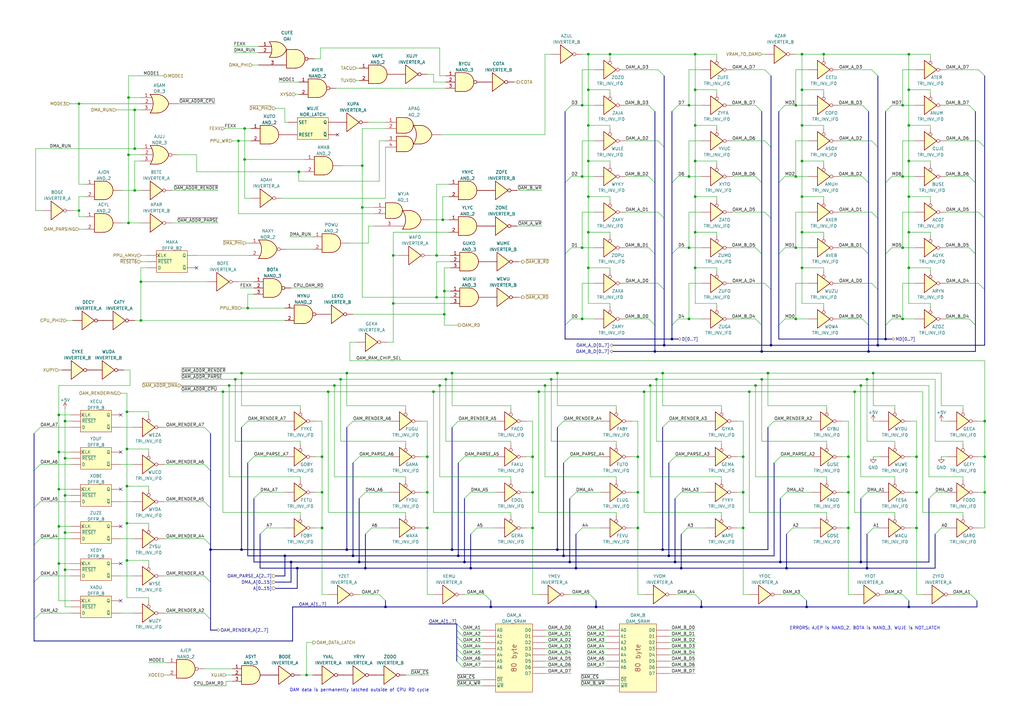
<source format=kicad_sch>
(kicad_sch (version 20211123) (generator eeschema)
  (paper "A3")
  (title_block (title "DMG CPU B") (date "2022-05-19") (rev "0") (company "CC-BY-SA-4.0 Régis Galland & Michael Singer -- Derived work from Furrtek") (comment 1 "https://github.com/msinger/dmg-schematics"))
  (junction (at 142.24 225.425))
  (junction (at 86.36 225.425))
  (junction (at 180.34 158.115))
  (junction (at 328.93 109.855))
  (junction (at 147.32 230.505))
  (junction (at 372.745 22.225))
  (junction (at 52.07 214.63))
  (junction (at 355.6 155.575))
  (junction (at 312.42 155.575))
  (junction (at 375.92 201.93))
  (junction (at 100.33 65.405))
  (junction (at 177.8 160.655))
  (junction (at 250.19 22.225))
  (junction (at 26.67 203.2))
  (junction (at 187.96 227.965))
  (junction (at 100.33 52.705))
  (junction (at 52.705 40.005))
  (junction (at 328.93 80.645))
  (junction (at 328.93 66.04))
  (junction (at 271.78 225.425))
  (junction (at 99.06 225.425))
  (junction (at 158.115 248.92))
  (junction (at 179.07 104.775))
  (junction (at 403.86 201.93))
  (junction (at 93.98 158.115))
  (junction (at 375.92 216.535))
  (junction (at 193.04 233.045))
  (junction (at 175.26 187.325))
  (junction (at 241.3 36.83))
  (junction (at 238.76 130.81))
  (junction (at 304.8 216.535))
  (junction (at 314.96 153.035))
  (junction (at 347.98 216.535))
  (junction (at 228.6 225.425))
  (junction (at 355.6 233.045))
  (junction (at 32.385 86.36))
  (junction (at 52.705 91.44))
  (junction (at 24.13 231.14))
  (junction (at 228.6 153.035))
  (junction (at 326.39 72.39))
  (junction (at 24.13 215.9))
  (junction (at 328.93 22.225))
  (junction (at 328.93 95.25))
  (junction (at 218.44 216.535))
  (junction (at 125.73 276.86))
  (junction (at 372.745 248.92))
  (junction (at 282.575 130.81))
  (junction (at 275.59 139.065))
  (junction (at 372.745 95.25))
  (junction (at 370.205 101.6))
  (junction (at 55.245 45.085))
  (junction (at 238.76 43.18))
  (junction (at 190.5 230.505))
  (junction (at 285.115 36.83))
  (junction (at 326.39 101.6))
  (junction (at 241.3 80.645))
  (junction (at 241.3 95.25))
  (junction (at 57.785 115.57))
  (junction (at 272.415 141.605))
  (junction (at 201.295 248.92))
  (junction (at 137.16 158.115))
  (junction (at 244.475 248.92))
  (junction (at 328.93 36.83))
  (junction (at 282.575 101.6))
  (junction (at 96.52 155.575))
  (junction (at 161.29 104.775))
  (junction (at 52.07 184.15))
  (junction (at 220.98 160.655))
  (junction (at 122.555 70.485))
  (junction (at 304.8 201.93))
  (junction (at 182.88 155.575))
  (junction (at 304.8 187.325))
  (junction (at 121.92 233.045))
  (junction (at 241.3 22.225))
  (junction (at 372.745 66.04))
  (junction (at 132.08 201.93))
  (junction (at 218.44 201.93))
  (junction (at 57.785 131.445))
  (junction (at 132.08 216.535))
  (junction (at 370.205 72.39))
  (junction (at 269.24 155.575))
  (junction (at 238.76 72.39))
  (junction (at 285.115 80.645))
  (junction (at 241.3 66.04))
  (junction (at 330.835 248.92))
  (junction (at 149.86 233.045))
  (junction (at 144.78 227.965))
  (junction (at 285.115 22.225))
  (junction (at 233.68 230.505))
  (junction (at 161.29 124.46))
  (junction (at 326.39 130.81))
  (junction (at 139.7 155.575))
  (junction (at 148.59 67.945))
  (junction (at 231.14 227.965))
  (junction (at 24.13 170.18))
  (junction (at 282.575 72.39))
  (junction (at 266.7 158.115))
  (junction (at 370.205 130.81))
  (junction (at 403.86 172.72))
  (junction (at 322.58 233.045))
  (junction (at 148.59 85.09))
  (junction (at 261.62 201.93))
  (junction (at 287.655 248.92))
  (junction (at 223.52 158.115))
  (junction (at 26.67 218.44))
  (junction (at 181.61 90.17))
  (junction (at 350.52 160.655))
  (junction (at 276.86 230.505))
  (junction (at 363.22 139.065))
  (junction (at 185.42 153.035))
  (junction (at 309.88 158.115))
  (junction (at 241.3 51.435))
  (junction (at 316.23 141.605))
  (junction (at 182.245 119.38))
  (junction (at 312.42 144.145))
  (junction (at 132.08 187.325))
  (junction (at 282.575 43.18))
  (junction (at 372.745 109.855))
  (junction (at 116.84 227.965))
  (junction (at 52.07 229.87))
  (junction (at 236.22 233.045))
  (junction (at 185.42 225.425))
  (junction (at 326.39 43.18))
  (junction (at 285.115 109.855))
  (junction (at 97.79 57.785))
  (junction (at 101.6 126.365))
  (junction (at 226.06 155.575))
  (junction (at 218.44 187.325))
  (junction (at 99.06 153.035))
  (junction (at 182.245 128.905))
  (junction (at 285.115 51.435))
  (junction (at 372.745 51.435))
  (junction (at 24.13 185.42))
  (junction (at 358.14 153.035))
  (junction (at 370.205 43.18))
  (junction (at 134.62 160.655))
  (junction (at 261.62 187.325))
  (junction (at 142.24 153.035))
  (junction (at 55.245 60.96))
  (junction (at 32.385 42.545))
  (junction (at 372.745 36.83))
  (junction (at 52.07 199.39))
  (junction (at 175.26 201.93))
  (junction (at 91.44 160.655))
  (junction (at 26.67 233.68))
  (junction (at 353.06 230.505))
  (junction (at 238.76 101.6))
  (junction (at 337.82 22.225))
  (junction (at 320.04 230.505))
  (junction (at 241.3 109.855))
  (junction (at 279.4 233.045))
  (junction (at 353.06 158.115))
  (junction (at 274.32 227.965))
  (junction (at 271.78 153.035))
  (junction (at 285.115 95.25))
  (junction (at 307.34 160.655))
  (junction (at 356.235 144.145))
  (junction (at 24.13 200.66))
  (junction (at 175.26 216.535))
  (junction (at 285.115 66.04))
  (junction (at 52.07 168.91))
  (junction (at 372.745 80.645))
  (junction (at 268.605 144.145))
  (junction (at 375.92 187.325))
  (junction (at 347.98 201.93))
  (junction (at 261.62 216.535))
  (junction (at 52.705 63.5))
  (junction (at 328.93 51.435))
  (junction (at 264.16 160.655))
  (junction (at 26.67 187.96))
  (junction (at 119.38 230.505))
  (junction (at 179.07 121.92))
  (junction (at 26.67 172.72))
  (junction (at 360.045 141.605))
  (junction (at 55.245 78.105))
  (junction (at 347.98 187.325))
  (junction (at 403.86 187.325))
  (no_connect (at 80.645 109.855))
  (no_connect (at 138.43 55.245))
  (no_connect (at 49.53 231.14))
  (no_connect (at 49.53 246.38))
  (no_connect (at 49.53 215.9))
  (no_connect (at 49.53 200.66))
  (no_connect (at 49.53 170.18))
  (no_connect (at 49.53 185.42))
  (bus_entry (at 187.325 263.525) (size 2.54 2.54))
  (bus_entry (at 353.06 204.47) (size 2.54 -2.54))
  (bus_entry (at 106.68 219.075) (size 2.54 -2.54))
  (bus_entry (at 313.69 116.205) (size 2.54 2.54))
  (bus_entry (at 397.51 101.6) (size 2.54 2.54))
  (bus_entry (at 269.875 57.785) (size 2.54 2.54))
  (bus_entry (at 234.315 72.39) (size -2.54 2.54))
  (bus_entry (at 269.875 116.205) (size 2.54 2.54))
  (bus_entry (at 16.51 236.22) (size -2.54 2.54))
  (bus_entry (at 83.82 175.26) (size 2.54 2.54))
  (bus_entry (at 83.82 190.5) (size 2.54 2.54))
  (bus_entry (at 16.51 251.46) (size -2.54 2.54))
  (bus_entry (at 322.58 219.075) (size 2.54 -2.54))
  (bus_entry (at 355.6 219.075) (size 2.54 -2.54))
  (bus_entry (at 99.06 175.26) (size 2.54 -2.54))
  (bus_entry (at 357.505 28.575) (size 2.54 2.54))
  (bus_entry (at 155.575 243.84) (size 2.54 2.54))
  (bus_entry (at 313.69 57.785) (size 2.54 2.54))
  (bus_entry (at 320.04 204.47) (size 2.54 -2.54))
  (bus_entry (at 365.76 130.81) (size -2.54 2.54))
  (bus_entry (at 365.76 72.39) (size -2.54 2.54))
  (bus_entry (at 83.82 236.22) (size 2.54 2.54))
  (bus_entry (at 149.86 219.075) (size 2.54 -2.54))
  (bus_entry (at 401.32 57.785) (size 2.54 2.54))
  (bus_entry (at 276.86 204.47) (size 2.54 -2.54))
  (bus_entry (at 187.96 189.865) (size 2.54 -2.54))
  (bus_entry (at 187.325 255.905) (size 2.54 2.54))
  (bus_entry (at 269.875 86.995) (size 2.54 2.54))
  (bus_entry (at 357.505 57.785) (size 2.54 2.54))
  (bus_entry (at 187.325 258.445) (size 2.54 2.54))
  (bus_entry (at 185.42 175.26) (size 2.54 -2.54))
  (bus_entry (at 278.13 72.39) (size -2.54 2.54))
  (bus_entry (at 365.76 43.18) (size -2.54 2.54))
  (bus_entry (at 278.13 43.18) (size -2.54 2.54))
  (bus_entry (at 187.325 268.605) (size 2.54 2.54))
  (bus_entry (at 266.065 101.6) (size 2.54 2.54))
  (bus_entry (at 144.78 189.865) (size 2.54 -2.54))
  (bus_entry (at 353.695 72.39) (size 2.54 2.54))
  (bus_entry (at 266.065 130.81) (size 2.54 2.54))
  (bus_entry (at 271.78 175.26) (size 2.54 -2.54))
  (bus_entry (at 401.32 116.205) (size 2.54 2.54))
  (bus_entry (at 234.315 130.81) (size -2.54 2.54))
  (bus_entry (at 190.5 204.47) (size 2.54 -2.54))
  (bus_entry (at 313.69 28.575) (size 2.54 2.54))
  (bus_entry (at 309.88 72.39) (size 2.54 2.54))
  (bus_entry (at 353.695 101.6) (size 2.54 2.54))
  (bus_entry (at 16.51 205.74) (size -2.54 2.54))
  (bus_entry (at 279.4 219.075) (size 2.54 -2.54))
  (bus_entry (at 321.945 72.39) (size -2.54 2.54))
  (bus_entry (at 397.51 43.18) (size 2.54 2.54))
  (bus_entry (at 83.82 205.74) (size 2.54 2.54))
  (bus_entry (at 381 204.47) (size 2.54 -2.54))
  (bus_entry (at 401.32 28.575) (size 2.54 2.54))
  (bus_entry (at 83.82 220.98) (size 2.54 2.54))
  (bus_entry (at 187.325 260.985) (size 2.54 2.54))
  (bus_entry (at 278.13 101.6) (size -2.54 2.54))
  (bus_entry (at 142.24 175.26) (size 2.54 -2.54))
  (bus_entry (at 16.51 175.26) (size -2.54 2.54))
  (bus_entry (at 321.945 130.81) (size -2.54 2.54))
  (bus_entry (at 266.065 43.18) (size 2.54 2.54))
  (bus_entry (at 370.205 243.84) (size 2.54 2.54))
  (bus_entry (at 328.295 243.84) (size 2.54 2.54))
  (bus_entry (at 365.76 101.6) (size -2.54 2.54))
  (bus_entry (at 353.695 130.81) (size 2.54 2.54))
  (bus_entry (at 228.6 175.26) (size 2.54 -2.54))
  (bus_entry (at 357.505 86.995) (size 2.54 2.54))
  (bus_entry (at 321.945 43.18) (size -2.54 2.54))
  (bus_entry (at 274.32 189.865) (size 2.54 -2.54))
  (bus_entry (at 321.945 101.6) (size -2.54 2.54))
  (bus_entry (at 397.51 72.39) (size 2.54 2.54))
  (bus_entry (at 314.96 175.26) (size 2.54 -2.54))
  (bus_entry (at 234.315 43.18) (size -2.54 2.54))
  (bus_entry (at 198.755 243.84) (size 2.54 2.54))
  (bus_entry (at 193.04 219.075) (size 2.54 -2.54))
  (bus_entry (at 104.14 204.47) (size 2.54 -2.54))
  (bus_entry (at 353.695 43.18) (size 2.54 2.54))
  (bus_entry (at 83.82 251.46) (size 2.54 2.54))
  (bus_entry (at 147.32 204.47) (size 2.54 -2.54))
  (bus_entry (at 309.88 130.81) (size 2.54 2.54))
  (bus_entry (at 16.51 220.98) (size -2.54 2.54))
  (bus_entry (at 313.69 86.995) (size 2.54 2.54))
  (bus_entry (at 317.5 189.865) (size 2.54 -2.54))
  (bus_entry (at 234.315 101.6) (size -2.54 2.54))
  (bus_entry (at 309.88 101.6) (size 2.54 2.54))
  (bus_entry (at 401.32 86.995) (size 2.54 2.54))
  (bus_entry (at 266.065 72.39) (size 2.54 2.54))
  (bus_entry (at 398.145 243.84) (size 2.54 2.54))
  (bus_entry (at 187.325 271.145) (size 2.54 2.54))
  (bus_entry (at 187.325 266.065) (size 2.54 2.54))
  (bus_entry (at 285.115 243.84) (size 2.54 2.54))
  (bus_entry (at 16.51 190.5) (size -2.54 2.54))
  (bus_entry (at 383.54 219.075) (size 2.54 -2.54))
  (bus_entry (at 357.505 116.205) (size 2.54 2.54))
  (bus_entry (at 241.935 243.84) (size 2.54 2.54))
  (bus_entry (at 233.68 204.47) (size 2.54 -2.54))
  (bus_entry (at 269.875 28.575) (size 2.54 2.54))
  (bus_entry (at 397.51 130.81) (size 2.54 2.54))
  (bus_entry (at 236.22 219.075) (size 2.54 -2.54))
  (bus_entry (at 101.6 189.865) (size 2.54 -2.54))
  (bus_entry (at 231.14 189.865) (size 2.54 -2.54))
  (bus_entry (at 309.88 43.18) (size 2.54 2.54))
  (bus_entry (at 278.13 130.81) (size -2.54 2.54))
  (wire (pts (xy 386.08 216.535) (xy 388.62 216.535)))
  (wire (pts (xy 337.82 66.04) (xy 337.82 67.31)))
  (wire (pts (xy 29.845 86.36) (xy 32.385 86.36)))
  (wire (pts (xy 287.655 57.785) (xy 282.575 57.785)))
  (wire (pts (xy 29.21 187.96) (xy 26.67 187.96)))
  (wire (pts (xy 339.09 195.58) (xy 309.88 195.58)))
  (wire (pts (xy 370.205 28.575) (xy 375.285 28.575)))
  (wire (pts (xy 367.03 211.455) (xy 367.03 210.185)))
  (wire (pts (xy 381.635 95.25) (xy 381.635 96.52)))
  (wire (pts (xy 26.67 187.96) (xy 26.67 172.72)))
  (wire (pts (xy 314.96 153.035) (xy 358.14 153.035)))
  (wire (pts (xy 172.72 187.325) (xy 175.26 187.325)))
  (bus (pts (xy 187.96 189.865) (xy 187.96 227.965)))
  (wire (pts (xy 403.86 187.325) (xy 403.86 201.93)))
  (wire (pts (xy 401.32 172.72) (xy 403.86 172.72)))
  (wire (pts (xy 80.645 104.775) (xy 102.235 104.775)))
  (wire (pts (xy 252.73 211.455) (xy 252.73 210.185)))
  (wire (pts (xy 321.945 101.6) (xy 326.39 101.6)))
  (bus (pts (xy 116.84 227.965) (xy 144.78 227.965)))
  (wire (pts (xy 29.21 218.44) (xy 26.67 218.44)))
  (wire (pts (xy 381.635 66.04) (xy 381.635 67.31)))
  (wire (pts (xy 29.21 200.66) (xy 24.13 200.66)))
  (wire (pts (xy 60.96 168.91) (xy 52.07 168.91)))
  (wire (pts (xy 282.575 101.6) (xy 287.655 101.6)))
  (bus (pts (xy 149.86 233.045) (xy 193.04 233.045)))
  (bus (pts (xy 116.84 227.965) (xy 101.6 227.965)))
  (bus (pts (xy 187.325 255.905) (xy 175.895 255.905)))
  (wire (pts (xy 209.55 166.37) (xy 185.42 166.37)))
  (wire (pts (xy 177.8 160.655) (xy 177.8 210.185)))
  (wire (pts (xy 238.76 57.785) (xy 238.76 72.39)))
  (wire (pts (xy 345.44 201.93) (xy 347.98 201.93)))
  (wire (pts (xy 54.61 251.46) (xy 49.53 251.46)))
  (bus (pts (xy 272.415 89.535) (xy 272.415 118.745)))
  (bus (pts (xy 121.92 233.045) (xy 149.86 233.045)))
  (wire (pts (xy 142.24 153.035) (xy 142.24 166.37)))
  (wire (pts (xy 375.285 86.995) (xy 370.205 86.995)))
  (bus (pts (xy 319.405 45.72) (xy 319.405 74.93)))
  (bus (pts (xy 13.97 193.04) (xy 13.97 208.28)))
  (wire (pts (xy 375.92 187.325) (xy 375.92 172.72)))
  (wire (pts (xy 139.7 155.575) (xy 182.88 155.575)))
  (bus (pts (xy 360.045 31.115) (xy 360.045 60.325)))
  (wire (pts (xy 250.19 22.225) (xy 241.3 22.225)))
  (wire (pts (xy 312.42 22.225) (xy 313.69 22.225)))
  (bus (pts (xy 231.775 133.35) (xy 231.775 139.065)))
  (wire (pts (xy 175.26 187.325) (xy 175.26 172.72)))
  (wire (pts (xy 26.67 167.64) (xy 26.67 172.72)))
  (wire (pts (xy 375.285 116.205) (xy 370.205 116.205)))
  (wire (pts (xy 274.32 258.445) (xy 285.115 258.445)))
  (wire (pts (xy 52.07 184.15) (xy 52.07 199.39)))
  (bus (pts (xy 187.325 263.525) (xy 187.325 266.065)))
  (wire (pts (xy 250.19 81.915) (xy 250.19 80.645)))
  (wire (pts (xy 294.005 81.915) (xy 294.005 80.645)))
  (wire (pts (xy 326.39 43.18) (xy 331.47 43.18)))
  (bus (pts (xy 236.22 233.045) (xy 279.4 233.045)))
  (bus (pts (xy 287.655 248.92) (xy 330.835 248.92)))
  (wire (pts (xy 26.67 233.68) (xy 26.67 218.44)))
  (bus (pts (xy 316.23 141.605) (xy 316.23 118.745)))
  (wire (pts (xy 282.575 43.18) (xy 287.655 43.18)))
  (wire (pts (xy 328.93 66.04) (xy 337.82 66.04)))
  (wire (pts (xy 278.13 101.6) (xy 282.575 101.6)))
  (wire (pts (xy 166.37 276.86) (xy 175.895 276.86)))
  (wire (pts (xy 60.96 185.42) (xy 60.96 184.15)))
  (wire (pts (xy 358.14 172.72) (xy 360.68 172.72)))
  (wire (pts (xy 29.21 203.2) (xy 26.67 203.2)))
  (wire (pts (xy 375.285 57.785) (xy 370.205 57.785)))
  (wire (pts (xy 328.93 80.645) (xy 328.93 95.25)))
  (wire (pts (xy 24.13 170.18) (xy 29.21 170.18)))
  (bus (pts (xy 363.22 45.72) (xy 363.22 74.93)))
  (wire (pts (xy 24.13 185.42) (xy 24.13 200.66)))
  (wire (pts (xy 166.37 196.85) (xy 166.37 195.58)))
  (wire (pts (xy 177.8 160.655) (xy 220.98 160.655)))
  (bus (pts (xy 268.605 133.35) (xy 268.605 144.145)))
  (wire (pts (xy 148.59 121.92) (xy 148.59 85.09)))
  (bus (pts (xy 312.42 45.72) (xy 312.42 74.93)))
  (wire (pts (xy 294.005 23.495) (xy 294.005 22.225)))
  (bus (pts (xy 113.03 241.3) (xy 121.92 241.3)))
  (bus (pts (xy 158.115 248.92) (xy 201.295 248.92)))
  (wire (pts (xy 259.08 187.325) (xy 261.62 187.325)))
  (wire (pts (xy 266.7 158.115) (xy 266.7 195.58)))
  (wire (pts (xy 179.07 104.775) (xy 184.785 104.775)))
  (wire (pts (xy 104.14 187.325) (xy 116.84 187.325)))
  (wire (pts (xy 312.42 155.575) (xy 312.42 180.975)))
  (wire (pts (xy 57.785 104.775) (xy 60.325 104.775)))
  (wire (pts (xy 209.55 211.455) (xy 209.55 210.185)))
  (wire (pts (xy 166.37 180.975) (xy 139.7 180.975)))
  (wire (pts (xy 256.54 57.785) (xy 269.875 57.785)))
  (wire (pts (xy 337.82 51.435) (xy 328.93 51.435)))
  (wire (pts (xy 180.34 31.115) (xy 182.88 31.115)))
  (wire (pts (xy 372.745 66.04) (xy 381.635 66.04)))
  (wire (pts (xy 119.38 118.11) (xy 132.715 118.11)))
  (wire (pts (xy 101.6 126.365) (xy 116.84 126.365)))
  (bus (pts (xy 187.96 227.965) (xy 231.14 227.965)))
  (bus (pts (xy 88.9 258.445) (xy 86.36 258.445)))
  (wire (pts (xy 212.09 33.655) (xy 210.82 33.655)))
  (bus (pts (xy 275.59 139.065) (xy 275.59 133.35)))
  (wire (pts (xy 24.13 151.765) (xy 25.4 151.765)))
  (bus (pts (xy 275.59 74.93) (xy 275.59 104.14)))
  (bus (pts (xy 13.97 208.28) (xy 13.97 223.52)))
  (wire (pts (xy 321.945 72.39) (xy 326.39 72.39)))
  (wire (pts (xy 250.19 111.125) (xy 250.19 109.855)))
  (wire (pts (xy 339.09 180.975) (xy 312.42 180.975)))
  (wire (pts (xy 243.84 57.785) (xy 238.76 57.785)))
  (wire (pts (xy 55.245 66.04) (xy 55.245 78.105)))
  (bus (pts (xy 381 204.47) (xy 381 230.505)))
  (wire (pts (xy 248.92 258.445) (xy 240.665 258.445)))
  (wire (pts (xy 381.635 22.225) (xy 372.745 22.225)))
  (wire (pts (xy 394.97 211.455) (xy 394.97 210.185)))
  (wire (pts (xy 223.52 263.525) (xy 234.315 263.525)))
  (wire (pts (xy 54.61 220.98) (xy 49.53 220.98)))
  (wire (pts (xy 372.745 36.83) (xy 372.745 51.435)))
  (bus (pts (xy 360.045 118.745) (xy 360.045 141.605)))
  (wire (pts (xy 261.62 243.84) (xy 264.16 243.84)))
  (wire (pts (xy 125.73 263.525) (xy 128.27 263.525)))
  (wire (pts (xy 373.38 187.325) (xy 375.92 187.325)))
  (wire (pts (xy 97.79 87.63) (xy 153.67 87.63)))
  (bus (pts (xy 101.6 189.865) (xy 101.6 227.965)))
  (wire (pts (xy 328.93 95.25) (xy 337.82 95.25)))
  (wire (pts (xy 96.52 155.575) (xy 96.52 180.975)))
  (wire (pts (xy 57.785 78.105) (xy 55.245 78.105)))
  (wire (pts (xy 184.785 119.38) (xy 182.245 119.38)))
  (wire (pts (xy 29.21 248.92) (xy 26.67 248.92)))
  (bus (pts (xy 187.325 258.445) (xy 187.325 260.985)))
  (wire (pts (xy 32.385 42.545) (xy 32.385 75.565)))
  (wire (pts (xy 176.53 90.17) (xy 181.61 90.17)))
  (wire (pts (xy 223.52 158.115) (xy 180.34 158.115)))
  (bus (pts (xy 276.86 230.505) (xy 320.04 230.505)))
  (wire (pts (xy 53.34 158.115) (xy 53.34 151.765)))
  (wire (pts (xy 177.8 210.185) (xy 209.55 210.185)))
  (wire (pts (xy 52.07 168.91) (xy 52.07 161.29)))
  (bus (pts (xy 383.54 219.075) (xy 383.54 233.045)))
  (wire (pts (xy 161.29 95.25) (xy 184.15 95.25)))
  (wire (pts (xy 387.985 43.18) (xy 397.51 43.18)))
  (wire (pts (xy 326.39 130.81) (xy 331.47 130.81)))
  (wire (pts (xy 386.08 187.325) (xy 388.62 187.325)))
  (wire (pts (xy 57.785 66.04) (xy 55.245 66.04)))
  (wire (pts (xy 282.575 28.575) (xy 287.655 28.575)))
  (wire (pts (xy 238.125 278.765) (xy 248.92 278.765)))
  (wire (pts (xy 372.745 109.855) (xy 372.745 124.46)))
  (wire (pts (xy 312.42 155.575) (xy 355.6 155.575)))
  (bus (pts (xy 13.97 177.8) (xy 13.97 193.04)))
  (bus (pts (xy 403.86 89.535) (xy 403.86 118.745)))
  (wire (pts (xy 16.51 205.74) (xy 29.21 205.74)))
  (wire (pts (xy 243.84 28.575) (xy 238.76 28.575)))
  (wire (pts (xy 54.61 190.5) (xy 49.53 190.5)))
  (wire (pts (xy 93.98 158.115) (xy 93.98 195.58)))
  (wire (pts (xy 226.06 155.575) (xy 269.24 155.575)))
  (wire (pts (xy 295.91 166.37) (xy 271.78 166.37)))
  (wire (pts (xy 304.8 187.325) (xy 304.8 172.72)))
  (wire (pts (xy 209.55 196.85) (xy 209.55 195.58)))
  (wire (pts (xy 148.59 85.09) (xy 153.67 85.09)))
  (bus (pts (xy 279.4 219.075) (xy 279.4 233.045)))
  (wire (pts (xy 57.785 131.445) (xy 116.84 131.445)))
  (wire (pts (xy 248.92 271.145) (xy 240.665 271.145)))
  (wire (pts (xy 187.96 172.72) (xy 203.2 172.72)))
  (wire (pts (xy 100.33 81.28) (xy 102.87 81.28)))
  (wire (pts (xy 261.62 216.535) (xy 261.62 201.93)))
  (wire (pts (xy 248.92 273.685) (xy 240.665 273.685)))
  (bus (pts (xy 355.6 219.075) (xy 355.6 233.045)))
  (wire (pts (xy 52.705 40.005) (xy 57.785 40.005)))
  (wire (pts (xy 151.13 92.71) (xy 151.13 99.695)))
  (wire (pts (xy 325.12 216.535) (xy 332.74 216.535)))
  (wire (pts (xy 74.295 160.655) (xy 91.44 160.655)))
  (wire (pts (xy 132.08 243.84) (xy 134.62 243.84)))
  (wire (pts (xy 279.4 201.93) (xy 289.56 201.93)))
  (bus (pts (xy 86.36 193.04) (xy 86.36 208.28)))
  (bus (pts (xy 400.05 45.72) (xy 400.05 74.93)))
  (wire (pts (xy 131.445 19.685) (xy 180.34 19.685)))
  (wire (pts (xy 182.88 155.575) (xy 182.88 180.975)))
  (wire (pts (xy 339.09 211.455) (xy 339.09 210.185)))
  (wire (pts (xy 187.325 281.305) (xy 198.12 281.305)))
  (wire (pts (xy 144.78 172.72) (xy 160.02 172.72)))
  (wire (pts (xy 378.46 160.655) (xy 378.46 210.185)))
  (wire (pts (xy 100.965 99.695) (xy 102.235 99.695)))
  (wire (pts (xy 233.68 187.325) (xy 246.38 187.325)))
  (wire (pts (xy 60.96 170.18) (xy 60.96 168.91)))
  (wire (pts (xy 198.12 266.065) (xy 189.865 266.065)))
  (wire (pts (xy 344.17 43.18) (xy 353.695 43.18)))
  (wire (pts (xy 326.39 22.225) (xy 328.93 22.225)))
  (wire (pts (xy 234.315 101.6) (xy 238.76 101.6)))
  (bus (pts (xy 106.68 219.075) (xy 106.68 233.045)))
  (wire (pts (xy 285.115 22.225) (xy 285.115 36.83)))
  (wire (pts (xy 218.44 243.84) (xy 220.98 243.84)))
  (bus (pts (xy 142.24 225.425) (xy 185.42 225.425)))
  (wire (pts (xy 106.045 26.67) (xy 103.505 26.67)))
  (bus (pts (xy 272.415 141.605) (xy 316.23 141.605)))
  (wire (pts (xy 116.84 44.45) (xy 113.03 44.45)))
  (bus (pts (xy 360.045 60.325) (xy 360.045 89.535)))
  (wire (pts (xy 372.745 124.46) (xy 381.635 124.46)))
  (wire (pts (xy 122.555 33.655) (xy 114.3 33.655)))
  (wire (pts (xy 163.83 104.775) (xy 161.29 104.775)))
  (bus (pts (xy 185.42 225.425) (xy 228.6 225.425)))
  (wire (pts (xy 331.47 28.575) (xy 326.39 28.575)))
  (wire (pts (xy 386.08 172.72) (xy 388.62 172.72)))
  (wire (pts (xy 300.355 28.575) (xy 313.69 28.575)))
  (wire (pts (xy 285.115 95.25) (xy 294.005 95.25)))
  (wire (pts (xy 302.26 172.72) (xy 304.8 172.72)))
  (wire (pts (xy 394.97 195.58) (xy 381 195.58)))
  (wire (pts (xy 381.635 80.645) (xy 372.745 80.645)))
  (wire (pts (xy 52.07 199.39) (xy 52.07 214.63)))
  (wire (pts (xy 381 158.115) (xy 381 195.58)))
  (wire (pts (xy 274.32 260.985) (xy 285.115 260.985)))
  (wire (pts (xy 184.15 90.17) (xy 181.61 90.17)))
  (wire (pts (xy 212.725 121.92) (xy 213.995 121.92)))
  (bus (pts (xy 353.06 204.47) (xy 353.06 230.505)))
  (wire (pts (xy 137.16 158.115) (xy 180.34 158.115)))
  (wire (pts (xy 248.92 268.605) (xy 240.665 268.605)))
  (wire (pts (xy 29.21 185.42) (xy 24.13 185.42)))
  (wire (pts (xy 73.025 63.5) (xy 80.645 63.5)))
  (wire (pts (xy 34.925 88.9) (xy 32.385 88.9)))
  (wire (pts (xy 328.93 109.855) (xy 328.93 124.46)))
  (wire (pts (xy 307.34 210.185) (xy 339.09 210.185)))
  (wire (pts (xy 285.115 36.83) (xy 285.115 51.435)))
  (wire (pts (xy 132.08 243.84) (xy 132.08 216.535)))
  (wire (pts (xy 282.575 86.995) (xy 282.575 101.6)))
  (wire (pts (xy 60.96 245.11) (xy 52.07 245.11)))
  (wire (pts (xy 182.245 119.38) (xy 182.245 128.905)))
  (wire (pts (xy 57.785 115.57) (xy 57.785 131.445)))
  (wire (pts (xy 241.3 95.25) (xy 241.3 109.855)))
  (wire (pts (xy 29.21 233.68) (xy 26.67 233.68)))
  (wire (pts (xy 271.78 153.035) (xy 314.96 153.035)))
  (wire (pts (xy 218.44 216.535) (xy 218.44 201.93)))
  (wire (pts (xy 370.205 116.205) (xy 370.205 130.81)))
  (wire (pts (xy 367.03 182.245) (xy 367.03 180.975)))
  (wire (pts (xy 67.31 175.26) (xy 83.82 175.26)))
  (bus (pts (xy 119.38 238.76) (xy 119.38 230.505)))
  (wire (pts (xy 14.605 60.96) (xy 55.245 60.96)))
  (wire (pts (xy 355.6 201.93) (xy 360.68 201.93)))
  (wire (pts (xy 161.29 95.25) (xy 161.29 104.775)))
  (wire (pts (xy 47.625 45.085) (xy 55.245 45.085)))
  (wire (pts (xy 241.3 36.83) (xy 241.3 51.435)))
  (wire (pts (xy 175.26 243.84) (xy 177.8 243.84)))
  (wire (pts (xy 281.94 216.535) (xy 289.56 216.535)))
  (wire (pts (xy 123.19 211.455) (xy 123.19 210.185)))
  (wire (pts (xy 29.21 231.14) (xy 24.13 231.14)))
  (wire (pts (xy 132.08 201.93) (xy 132.08 187.325)))
  (wire (pts (xy 337.82 81.915) (xy 337.82 80.645)))
  (wire (pts (xy 228.6 153.035) (xy 271.78 153.035)))
  (wire (pts (xy 16.51 175.26) (xy 29.21 175.26)))
  (wire (pts (xy 175.26 216.535) (xy 175.26 201.93)))
  (wire (pts (xy 212.725 107.315) (xy 213.995 107.315)))
  (wire (pts (xy 16.51 190.5) (xy 29.21 190.5)))
  (bus (pts (xy 312.42 144.145) (xy 356.235 144.145)))
  (wire (pts (xy 294.005 124.46) (xy 294.005 125.73)))
  (wire (pts (xy 101.6 172.72) (xy 116.84 172.72)))
  (wire (pts (xy 175.26 201.93) (xy 175.26 187.325)))
  (wire (pts (xy 234.315 43.18) (xy 238.76 43.18)))
  (bus (pts (xy 400.05 104.14) (xy 400.05 133.35)))
  (wire (pts (xy 198.12 271.145) (xy 189.865 271.145)))
  (wire (pts (xy 309.88 158.115) (xy 309.88 195.58)))
  (wire (pts (xy 337.82 80.645) (xy 328.93 80.645)))
  (wire (pts (xy 175.26 243.84) (xy 175.26 216.535)))
  (wire (pts (xy 180.34 158.115) (xy 180.34 195.58)))
  (wire (pts (xy 74.295 158.115) (xy 93.98 158.115)))
  (wire (pts (xy 300.355 86.995) (xy 313.69 86.995)))
  (wire (pts (xy 236.22 201.93) (xy 246.38 201.93)))
  (wire (pts (xy 285.115 66.04) (xy 294.005 66.04)))
  (wire (pts (xy 302.26 187.325) (xy 304.8 187.325)))
  (wire (pts (xy 96.52 155.575) (xy 139.7 155.575)))
  (wire (pts (xy 367.03 166.37) (xy 358.14 166.37)))
  (wire (pts (xy 215.9 216.535) (xy 218.44 216.535)))
  (wire (pts (xy 372.745 22.225) (xy 337.82 22.225)))
  (wire (pts (xy 129.54 187.325) (xy 132.08 187.325)))
  (wire (pts (xy 271.78 153.035) (xy 271.78 166.37)))
  (wire (pts (xy 282.575 116.205) (xy 282.575 130.81)))
  (wire (pts (xy 256.54 116.205) (xy 269.875 116.205)))
  (wire (pts (xy 370.205 57.785) (xy 370.205 72.39)))
  (wire (pts (xy 372.745 66.04) (xy 372.745 80.645)))
  (wire (pts (xy 285.115 51.435) (xy 285.115 66.04)))
  (wire (pts (xy 403.86 172.72) (xy 403.86 187.325)))
  (wire (pts (xy 92.71 279.4) (xy 95.25 279.4)))
  (wire (pts (xy 182.245 133.35) (xy 187.96 133.35)))
  (wire (pts (xy 134.62 210.185) (xy 166.37 210.185)))
  (bus (pts (xy 86.36 258.445) (xy 86.36 254)))
  (wire (pts (xy 276.86 243.84) (xy 285.115 243.84)))
  (bus (pts (xy 330.835 248.92) (xy 372.745 248.92)))
  (bus (pts (xy 353.06 230.505) (xy 381 230.505)))
  (wire (pts (xy 147.32 243.84) (xy 155.575 243.84)))
  (bus (pts (xy 147.32 230.505) (xy 190.5 230.505)))
  (bus (pts (xy 231.775 104.14) (xy 231.775 133.35)))
  (wire (pts (xy 241.3 109.855) (xy 241.3 124.46)))
  (wire (pts (xy 238.76 72.39) (xy 243.84 72.39)))
  (wire (pts (xy 238.76 28.575) (xy 238.76 43.18)))
  (wire (pts (xy 387.985 72.39) (xy 397.51 72.39)))
  (wire (pts (xy 252.73 166.37) (xy 228.6 166.37)))
  (bus (pts (xy 120.015 248.92) (xy 158.115 248.92)))
  (bus (pts (xy 120.015 262.89) (xy 120.015 248.92)))
  (wire (pts (xy 266.7 158.115) (xy 309.88 158.115)))
  (wire (pts (xy 256.54 72.39) (xy 266.065 72.39)))
  (wire (pts (xy 320.04 243.84) (xy 328.295 243.84)))
  (wire (pts (xy 264.16 160.655) (xy 307.34 160.655)))
  (bus (pts (xy 193.04 219.075) (xy 193.04 233.045)))
  (wire (pts (xy 132.08 216.535) (xy 132.08 201.93)))
  (wire (pts (xy 383.54 155.575) (xy 383.54 180.975)))
  (wire (pts (xy 328.93 36.83) (xy 337.82 36.83)))
  (wire (pts (xy 52.07 214.63) (xy 52.07 229.87)))
  (bus (pts (xy 363.22 139.065) (xy 363.22 133.35)))
  (wire (pts (xy 367.03 195.58) (xy 353.06 195.58)))
  (wire (pts (xy 241.3 66.04) (xy 241.3 80.645)))
  (wire (pts (xy 331.47 86.995) (xy 326.39 86.995)))
  (wire (pts (xy 256.54 28.575) (xy 269.875 28.575)))
  (wire (pts (xy 274.32 266.065) (xy 285.115 266.065)))
  (wire (pts (xy 158.75 140.335) (xy 161.29 140.335)))
  (wire (pts (xy 282.575 130.81) (xy 287.655 130.81)))
  (wire (pts (xy 241.3 80.645) (xy 241.3 95.25)))
  (wire (pts (xy 151.13 99.695) (xy 143.51 99.695)))
  (wire (pts (xy 142.24 153.035) (xy 185.42 153.035)))
  (wire (pts (xy 209.55 195.58) (xy 180.34 195.58)))
  (bus (pts (xy 356.235 133.35) (xy 356.235 144.145)))
  (wire (pts (xy 132.08 187.325) (xy 132.08 172.72)))
  (wire (pts (xy 383.54 155.575) (xy 355.6 155.575)))
  (wire (pts (xy 381.635 81.915) (xy 381.635 80.645)))
  (wire (pts (xy 223.52 22.225) (xy 226.06 22.225)))
  (wire (pts (xy 367.03 180.975) (xy 355.6 180.975)))
  (wire (pts (xy 353.06 158.115) (xy 309.88 158.115)))
  (bus (pts (xy 187.325 260.985) (xy 187.325 263.525)))
  (wire (pts (xy 148.59 121.92) (xy 179.07 121.92)))
  (wire (pts (xy 104.14 115.57) (xy 97.79 115.57)))
  (wire (pts (xy 91.44 210.185) (xy 123.19 210.185)))
  (wire (pts (xy 29.21 246.38) (xy 24.13 246.38)))
  (bus (pts (xy 86.36 223.52) (xy 86.36 225.425)))
  (wire (pts (xy 32.385 86.36) (xy 32.385 80.645)))
  (wire (pts (xy 125.095 65.405) (xy 100.33 65.405)))
  (wire (pts (xy 401.32 201.93) (xy 403.86 201.93)))
  (bus (pts (xy 244.475 246.38) (xy 244.475 248.92)))
  (wire (pts (xy 285.115 22.225) (xy 250.19 22.225)))
  (wire (pts (xy 287.655 116.205) (xy 282.575 116.205)))
  (wire (pts (xy 300.355 130.81) (xy 309.88 130.81)))
  (wire (pts (xy 278.13 72.39) (xy 282.575 72.39)))
  (wire (pts (xy 91.44 160.655) (xy 91.44 210.185)))
  (wire (pts (xy 339.09 166.37) (xy 314.96 166.37)))
  (bus (pts (xy 190.5 230.505) (xy 233.68 230.505)))
  (wire (pts (xy 252.73 196.85) (xy 252.73 195.58)))
  (wire (pts (xy 212.09 92.71) (xy 222.25 92.71)))
  (wire (pts (xy 250.19 95.25) (xy 250.19 96.52)))
  (bus (pts (xy 231.775 74.93) (xy 231.775 104.14)))
  (bus (pts (xy 403.86 141.605) (xy 360.045 141.605)))
  (wire (pts (xy 166.37 195.58) (xy 137.16 195.58)))
  (wire (pts (xy 372.745 80.645) (xy 372.745 95.25)))
  (wire (pts (xy 26.67 248.92) (xy 26.67 233.68)))
  (wire (pts (xy 144.78 128.905) (xy 182.245 128.905)))
  (wire (pts (xy 134.62 160.655) (xy 134.62 210.185)))
  (bus (pts (xy 244.475 248.92) (xy 287.655 248.92)))
  (wire (pts (xy 179.07 107.315) (xy 184.785 107.315)))
  (wire (pts (xy 158.115 60.325) (xy 158.115 81.28)))
  (wire (pts (xy 182.245 119.38) (xy 182.245 109.855)))
  (bus (pts (xy 144.78 189.865) (xy 144.78 227.965)))
  (bus (pts (xy 233.68 204.47) (xy 233.68 230.505)))
  (wire (pts (xy 172.72 216.535) (xy 175.26 216.535)))
  (wire (pts (xy 381.635 52.705) (xy 381.635 51.435)))
  (wire (pts (xy 89.535 91.44) (xy 70.485 91.44)))
  (wire (pts (xy 24.13 200.66) (xy 24.13 215.9)))
  (wire (pts (xy 57.785 45.085) (xy 55.245 45.085)))
  (wire (pts (xy 375.92 243.84) (xy 375.92 216.535)))
  (wire (pts (xy 16.51 220.98) (xy 29.21 220.98)))
  (wire (pts (xy 60.96 199.39) (xy 52.07 199.39)))
  (wire (pts (xy 345.44 187.325) (xy 347.98 187.325)))
  (wire (pts (xy 57.785 109.855) (xy 57.785 115.57)))
  (wire (pts (xy 198.12 273.685) (xy 189.865 273.685)))
  (wire (pts (xy 238.76 101.6) (xy 243.84 101.6)))
  (wire (pts (xy 381.635 36.83) (xy 381.635 38.1)))
  (wire (pts (xy 381.635 23.495) (xy 381.635 22.225)))
  (bus (pts (xy 356.235 104.14) (xy 356.235 133.35)))
  (wire (pts (xy 115.57 81.28) (xy 158.115 81.28)))
  (wire (pts (xy 238.76 43.18) (xy 243.84 43.18)))
  (bus (pts (xy 319.405 74.93) (xy 319.405 104.14)))
  (wire (pts (xy 166.37 211.455) (xy 166.37 210.185)))
  (wire (pts (xy 345.44 172.72) (xy 347.98 172.72)))
  (wire (pts (xy 125.73 263.525) (xy 125.73 276.86)))
  (wire (pts (xy 60.96 184.15) (xy 52.07 184.15)))
  (bus (pts (xy 312.42 74.93) (xy 312.42 104.14)))
  (bus (pts (xy 113.03 236.22) (xy 116.84 236.22)))
  (bus (pts (xy 231.14 189.865) (xy 231.14 227.965)))
  (wire (pts (xy 223.52 22.225) (xy 223.52 55.245)))
  (wire (pts (xy 372.745 51.435) (xy 372.745 66.04)))
  (bus (pts (xy 363.22 104.14) (xy 363.22 133.35)))
  (wire (pts (xy 344.17 101.6) (xy 353.695 101.6)))
  (wire (pts (xy 386.08 153.035) (xy 358.14 153.035)))
  (bus (pts (xy 86.36 177.8) (xy 86.36 193.04)))
  (wire (pts (xy 53.34 151.765) (xy 50.8 151.765)))
  (wire (pts (xy 350.52 210.185) (xy 367.03 210.185)))
  (wire (pts (xy 231.14 172.72) (xy 246.38 172.72)))
  (wire (pts (xy 218.44 201.93) (xy 218.44 187.325)))
  (bus (pts (xy 356.235 74.93) (xy 356.235 104.14)))
  (wire (pts (xy 261.62 243.84) (xy 261.62 216.535)))
  (wire (pts (xy 52.705 40.005) (xy 52.705 63.5)))
  (wire (pts (xy 223.52 158.115) (xy 223.52 195.58)))
  (wire (pts (xy 274.32 276.225) (xy 285.115 276.225)))
  (wire (pts (xy 294.005 52.705) (xy 294.005 51.435)))
  (bus (pts (xy 201.295 246.38) (xy 201.295 248.92)))
  (bus (pts (xy 190.5 204.47) (xy 190.5 230.505)))
  (wire (pts (xy 220.98 210.185) (xy 252.73 210.185)))
  (wire (pts (xy 215.9 172.72) (xy 218.44 172.72)))
  (wire (pts (xy 294.005 95.25) (xy 294.005 96.52)))
  (wire (pts (xy 367.03 167.64) (xy 367.03 166.37)))
  (wire (pts (xy 355.6 155.575) (xy 355.6 180.975)))
  (bus (pts (xy 272.415 60.325) (xy 272.415 89.535)))
  (wire (pts (xy 300.355 72.39) (xy 309.88 72.39)))
  (wire (pts (xy 52.705 63.5) (xy 52.705 91.44)))
  (wire (pts (xy 363.22 243.84) (xy 370.205 243.84)))
  (wire (pts (xy 285.115 80.645) (xy 285.115 95.25)))
  (wire (pts (xy 358.14 187.325) (xy 360.68 187.325)))
  (bus (pts (xy 99.06 175.26) (xy 99.06 225.425)))
  (bus (pts (xy 365.76 139.065) (xy 363.22 139.065)))
  (wire (pts (xy 220.98 160.655) (xy 220.98 210.185)))
  (wire (pts (xy 304.8 216.535) (xy 304.8 201.93)))
  (wire (pts (xy 294.005 111.125) (xy 294.005 109.855)))
  (wire (pts (xy 295.91 167.64) (xy 295.91 166.37)))
  (wire (pts (xy 326.39 86.995) (xy 326.39 101.6)))
  (wire (pts (xy 131.445 24.13) (xy 128.905 24.13)))
  (wire (pts (xy 212.09 78.105) (xy 222.25 78.105)))
  (wire (pts (xy 91.44 160.655) (xy 134.62 160.655)))
  (bus (pts (xy 236.22 219.075) (xy 236.22 233.045)))
  (wire (pts (xy 238.76 216.535) (xy 246.38 216.535)))
  (wire (pts (xy 322.58 201.93) (xy 332.74 201.93)))
  (bus (pts (xy 231.14 227.965) (xy 274.32 227.965)))
  (wire (pts (xy 256.54 86.995) (xy 269.875 86.995)))
  (wire (pts (xy 155.575 57.785) (xy 158.115 57.785)))
  (wire (pts (xy 261.62 201.93) (xy 261.62 187.325)))
  (wire (pts (xy 391.16 243.84) (xy 398.145 243.84)))
  (wire (pts (xy 24.13 170.18) (xy 24.13 185.42)))
  (wire (pts (xy 370.205 101.6) (xy 375.285 101.6)))
  (wire (pts (xy 321.945 43.18) (xy 326.39 43.18)))
  (wire (pts (xy 88.265 42.545) (xy 73.025 42.545)))
  (bus (pts (xy 316.23 89.535) (xy 316.23 118.745)))
  (wire (pts (xy 215.9 201.93) (xy 218.44 201.93)))
  (wire (pts (xy 358.14 153.035) (xy 358.14 166.37)))
  (wire (pts (xy 372.745 95.25) (xy 372.745 109.855)))
  (wire (pts (xy 241.3 36.83) (xy 250.19 36.83)))
  (wire (pts (xy 104.14 120.65) (xy 101.6 120.65)))
  (wire (pts (xy 337.82 23.495) (xy 337.82 22.225)))
  (wire (pts (xy 32.385 80.645) (xy 34.925 80.645)))
  (wire (pts (xy 26.67 172.72) (xy 29.21 172.72)))
  (wire (pts (xy 243.84 116.205) (xy 238.76 116.205)))
  (wire (pts (xy 100.33 65.405) (xy 100.33 81.28)))
  (wire (pts (xy 149.86 201.93) (xy 160.02 201.93)))
  (wire (pts (xy 328.93 51.435) (xy 328.93 66.04)))
  (bus (pts (xy 121.92 241.3) (xy 121.92 233.045)))
  (wire (pts (xy 294.005 80.645) (xy 285.115 80.645)))
  (wire (pts (xy 57.785 131.445) (xy 55.245 131.445)))
  (wire (pts (xy 337.82 22.225) (xy 328.93 22.225)))
  (wire (pts (xy 187.325 278.765) (xy 198.12 278.765)))
  (bus (pts (xy 312.42 144.145) (xy 312.42 133.35)))
  (wire (pts (xy 403.86 147.955) (xy 403.86 172.72)))
  (wire (pts (xy 223.52 258.445) (xy 234.315 258.445)))
  (wire (pts (xy 55.245 60.96) (xy 57.785 60.96)))
  (wire (pts (xy 373.38 216.535) (xy 375.92 216.535)))
  (wire (pts (xy 274.32 263.525) (xy 285.115 263.525)))
  (bus (pts (xy 231.775 45.72) (xy 231.775 74.93)))
  (bus (pts (xy 116.84 236.22) (xy 116.84 227.965)))
  (wire (pts (xy 387.985 116.205) (xy 401.32 116.205)))
  (wire (pts (xy 326.39 101.6) (xy 331.47 101.6)))
  (wire (pts (xy 95.885 19.05) (xy 106.045 19.05)))
  (bus (pts (xy 86.36 254) (xy 86.36 238.76)))
  (wire (pts (xy 122.555 74.295) (xy 155.575 74.295)))
  (wire (pts (xy 326.39 72.39) (xy 331.47 72.39)))
  (wire (pts (xy 278.13 130.81) (xy 282.575 130.81)))
  (bus (pts (xy 275.59 104.14) (xy 275.59 133.35)))
  (bus (pts (xy 271.78 175.26) (xy 271.78 225.425)))
  (bus (pts (xy 322.58 219.075) (xy 322.58 233.045)))
  (wire (pts (xy 269.24 155.575) (xy 312.42 155.575)))
  (wire (pts (xy 52.705 91.44) (xy 50.165 91.44)))
  (bus (pts (xy 356.235 45.72) (xy 356.235 74.93)))
  (wire (pts (xy 209.55 167.64) (xy 209.55 166.37)))
  (bus (pts (xy 193.04 233.045) (xy 236.22 233.045)))
  (bus (pts (xy 372.745 246.38) (xy 372.745 248.92)))
  (wire (pts (xy 99.06 153.035) (xy 99.06 166.37)))
  (bus (pts (xy 113.03 238.76) (xy 119.38 238.76)))
  (wire (pts (xy 54.61 205.74) (xy 49.53 205.74)))
  (wire (pts (xy 250.19 124.46) (xy 250.19 125.73)))
  (wire (pts (xy 109.22 216.535) (xy 116.84 216.535)))
  (wire (pts (xy 137.795 36.195) (xy 182.88 36.195)))
  (wire (pts (xy 218.44 243.84) (xy 218.44 216.535)))
  (wire (pts (xy 248.92 263.525) (xy 240.665 263.525)))
  (wire (pts (xy 17.145 86.36) (xy 14.605 86.36)))
  (wire (pts (xy 256.54 43.18) (xy 266.065 43.18)))
  (wire (pts (xy 152.4 216.535) (xy 160.02 216.535)))
  (wire (pts (xy 123.19 196.85) (xy 123.19 195.58)))
  (bus (pts (xy 403.86 31.115) (xy 403.86 60.325)))
  (wire (pts (xy 67.31 220.98) (xy 83.82 220.98)))
  (wire (pts (xy 179.07 75.565) (xy 184.15 75.565)))
  (wire (pts (xy 220.98 160.655) (xy 264.16 160.655)))
  (wire (pts (xy 101.6 120.65) (xy 101.6 126.365)))
  (wire (pts (xy 274.32 273.685) (xy 285.115 273.685)))
  (wire (pts (xy 285.115 95.25) (xy 285.115 109.855)))
  (wire (pts (xy 386.08 153.035) (xy 386.08 166.37)))
  (wire (pts (xy 307.34 160.655) (xy 350.52 160.655)))
  (wire (pts (xy 326.39 57.785) (xy 326.39 72.39)))
  (wire (pts (xy 241.3 124.46) (xy 250.19 124.46)))
  (bus (pts (xy 355.6 233.045) (xy 383.54 233.045)))
  (wire (pts (xy 26.67 203.2) (xy 26.67 187.96)))
  (wire (pts (xy 285.115 36.83) (xy 294.005 36.83)))
  (wire (pts (xy 337.82 52.705) (xy 337.82 51.435)))
  (wire (pts (xy 60.96 214.63) (xy 52.07 214.63)))
  (wire (pts (xy 148.59 67.945) (xy 148.59 85.09)))
  (wire (pts (xy 129.54 201.93) (xy 132.08 201.93)))
  (wire (pts (xy 295.91 182.245) (xy 295.91 180.975)))
  (wire (pts (xy 52.705 63.5) (xy 57.785 63.5)))
  (wire (pts (xy 274.32 268.605) (xy 285.115 268.605)))
  (wire (pts (xy 123.19 195.58) (xy 93.98 195.58)))
  (bus (pts (xy 272.415 118.745) (xy 272.415 141.605)))
  (wire (pts (xy 252.73 180.975) (xy 226.06 180.975)))
  (wire (pts (xy 123.19 182.245) (xy 123.19 180.975)))
  (wire (pts (xy 98.425 118.11) (xy 104.14 118.11)))
  (wire (pts (xy 302.26 216.535) (xy 304.8 216.535)))
  (wire (pts (xy 67.31 205.74) (xy 83.82 205.74)))
  (wire (pts (xy 344.17 130.81) (xy 353.695 130.81)))
  (wire (pts (xy 287.655 86.995) (xy 282.575 86.995)))
  (wire (pts (xy 147.32 187.325) (xy 160.02 187.325)))
  (wire (pts (xy 378.46 160.655) (xy 350.52 160.655)))
  (wire (pts (xy 300.355 43.18) (xy 309.88 43.18)))
  (wire (pts (xy 28.575 42.545) (xy 32.385 42.545)))
  (wire (pts (xy 190.5 187.325) (xy 203.2 187.325)))
  (wire (pts (xy 372.745 36.83) (xy 381.635 36.83)))
  (wire (pts (xy 161.29 124.46) (xy 161.29 140.335)))
  (wire (pts (xy 294.005 36.83) (xy 294.005 38.1)))
  (wire (pts (xy 95.25 57.785) (xy 97.79 57.785)))
  (wire (pts (xy 139.7 155.575) (xy 139.7 180.975)))
  (wire (pts (xy 177.8 33.655) (xy 177.8 30.48)))
  (wire (pts (xy 339.09 196.85) (xy 339.09 195.58)))
  (bus (pts (xy 275.59 45.72) (xy 275.59 74.93)))
  (bus (pts (xy 13.97 254) (xy 13.97 262.89)))
  (wire (pts (xy 294.005 66.04) (xy 294.005 67.31)))
  (wire (pts (xy 55.245 45.085) (xy 55.245 60.96)))
  (wire (pts (xy 117.475 102.235) (xy 128.27 102.235)))
  (wire (pts (xy 123.19 166.37) (xy 99.06 166.37)))
  (wire (pts (xy 317.5 172.72) (xy 332.74 172.72)))
  (bus (pts (xy 99.06 225.425) (xy 142.24 225.425)))
  (wire (pts (xy 97.79 57.785) (xy 97.79 87.63)))
  (wire (pts (xy 276.86 187.325) (xy 289.56 187.325)))
  (wire (pts (xy 347.98 243.84) (xy 350.52 243.84)))
  (wire (pts (xy 32.385 75.565) (xy 34.925 75.565)))
  (wire (pts (xy 274.32 172.72) (xy 289.56 172.72)))
  (wire (pts (xy 134.62 160.655) (xy 177.8 160.655)))
  (wire (pts (xy 179.07 107.315) (xy 179.07 121.92)))
  (wire (pts (xy 373.38 172.72) (xy 375.92 172.72)))
  (wire (pts (xy 228.6 153.035) (xy 228.6 166.37)))
  (wire (pts (xy 403.86 216.535) (xy 403.86 201.93)))
  (wire (pts (xy 223.52 268.605) (xy 234.315 268.605)))
  (wire (pts (xy 321.945 130.81) (xy 326.39 130.81)))
  (wire (pts (xy 282.575 43.18) (xy 282.575 28.575)))
  (wire (pts (xy 387.985 101.6) (xy 397.51 101.6)))
  (wire (pts (xy 238.76 130.81) (xy 243.84 130.81)))
  (bus (pts (xy 274.32 227.965) (xy 317.5 227.965)))
  (wire (pts (xy 370.205 43.18) (xy 370.205 28.575)))
  (wire (pts (xy 181.61 80.645) (xy 181.61 90.17)))
  (wire (pts (xy 60.96 229.87) (xy 52.07 229.87)))
  (wire (pts (xy 137.16 158.115) (xy 137.16 195.58)))
  (bus (pts (xy 316.23 60.325) (xy 316.23 89.535)))
  (bus (pts (xy 268.605 74.93) (xy 268.605 104.14)))
  (wire (pts (xy 67.31 190.5) (xy 83.82 190.5)))
  (wire (pts (xy 304.8 243.84) (xy 304.8 216.535)))
  (wire (pts (xy 176.53 104.775) (xy 179.07 104.775)))
  (wire (pts (xy 241.3 51.435) (xy 241.3 66.04)))
  (wire (pts (xy 331.47 116.205) (xy 326.39 116.205)))
  (bus (pts (xy 144.78 227.965) (xy 187.96 227.965)))
  (wire (pts (xy 181.61 80.645) (xy 184.15 80.645)))
  (bus (pts (xy 233.68 230.505) (xy 276.86 230.505)))
  (wire (pts (xy 370.205 130.81) (xy 375.285 130.81)))
  (wire (pts (xy 99.06 153.035) (xy 142.24 153.035)))
  (wire (pts (xy 24.13 158.115) (xy 53.34 158.115)))
  (wire (pts (xy 100.33 52.705) (xy 102.87 52.705)))
  (wire (pts (xy 166.37 167.64) (xy 166.37 166.37)))
  (bus (pts (xy 268.605 144.145) (xy 312.42 144.145)))
  (wire (pts (xy 122.555 70.485) (xy 80.645 70.485)))
  (wire (pts (xy 180.34 19.685) (xy 180.34 31.115)))
  (wire (pts (xy 193.04 201.93) (xy 203.2 201.93)))
  (wire (pts (xy 347.98 216.535) (xy 347.98 201.93)))
  (bus (pts (xy 187.325 255.905) (xy 187.325 258.445)))
  (wire (pts (xy 24.13 170.18) (xy 24.13 158.115)))
  (bus (pts (xy 187.325 268.605) (xy 187.325 271.145)))
  (wire (pts (xy 344.17 57.785) (xy 357.505 57.785)))
  (wire (pts (xy 67.31 251.46) (xy 83.82 251.46)))
  (wire (pts (xy 328.93 95.25) (xy 328.93 109.855)))
  (wire (pts (xy 49.53 161.29) (xy 52.07 161.29)))
  (wire (pts (xy 370.205 43.18) (xy 375.285 43.18)))
  (wire (pts (xy 143.51 147.955) (xy 403.86 147.955)))
  (wire (pts (xy 60.96 246.38) (xy 60.96 245.11)))
  (wire (pts (xy 238.76 86.995) (xy 238.76 101.6)))
  (wire (pts (xy 337.82 36.83) (xy 337.82 38.1)))
  (wire (pts (xy 83.82 274.32) (xy 95.25 274.32)))
  (bus (pts (xy 319.405 133.35) (xy 319.405 139.065)))
  (wire (pts (xy 259.08 216.535) (xy 261.62 216.535)))
  (bus (pts (xy 13.97 223.52) (xy 13.97 238.76)))
  (wire (pts (xy 365.76 72.39) (xy 370.205 72.39)))
  (wire (pts (xy 339.09 182.245) (xy 339.09 180.975)))
  (wire (pts (xy 143.51 147.955) (xy 143.51 140.335)))
  (wire (pts (xy 60.96 200.66) (xy 60.96 199.39)))
  (bus (pts (xy 268.605 45.72) (xy 268.605 74.93)))
  (wire (pts (xy 92.71 281.305) (xy 92.71 279.4)))
  (wire (pts (xy 74.295 153.035) (xy 99.06 153.035)))
  (wire (pts (xy 123.19 180.975) (xy 96.52 180.975)))
  (wire (pts (xy 344.17 72.39) (xy 353.695 72.39)))
  (bus (pts (xy 360.045 89.535) (xy 360.045 118.745)))
  (wire (pts (xy 381 158.115) (xy 353.06 158.115)))
  (wire (pts (xy 365.76 43.18) (xy 370.205 43.18)))
  (wire (pts (xy 27.305 131.445) (xy 29.845 131.445)))
  (bus (pts (xy 99.06 225.425) (xy 86.36 225.425)))
  (wire (pts (xy 209.55 180.975) (xy 182.88 180.975)))
  (wire (pts (xy 166.37 182.245) (xy 166.37 180.975)))
  (wire (pts (xy 60.96 231.14) (xy 60.96 229.87)))
  (wire (pts (xy 55.245 78.105) (xy 50.165 78.105)))
  (wire (pts (xy 337.82 109.855) (xy 328.93 109.855)))
  (bus (pts (xy 400.05 144.145) (xy 400.05 133.35)))
  (wire (pts (xy 140.335 67.945) (xy 148.59 67.945)))
  (wire (pts (xy 29.21 215.9) (xy 24.13 215.9)))
  (wire (pts (xy 172.72 201.93) (xy 175.26 201.93)))
  (bus (pts (xy 142.24 175.26) (xy 142.24 225.425)))
  (bus (pts (xy 228.6 175.26) (xy 228.6 225.425)))
  (wire (pts (xy 148.59 52.705) (xy 158.115 52.705)))
  (wire (pts (xy 198.12 268.605) (xy 189.865 268.605)))
  (wire (pts (xy 372.745 22.225) (xy 372.745 36.83)))
  (bus (pts (xy 363.22 74.93) (xy 363.22 104.14)))
  (wire (pts (xy 381.635 124.46) (xy 381.635 125.73)))
  (wire (pts (xy 238.76 22.225) (xy 241.3 22.225)))
  (wire (pts (xy 250.19 51.435) (xy 241.3 51.435)))
  (bus (pts (xy 121.92 233.045) (xy 106.68 233.045)))
  (wire (pts (xy 234.315 130.81) (xy 238.76 130.81)))
  (wire (pts (xy 177.8 33.655) (xy 182.88 33.655)))
  (wire (pts (xy 326.39 116.205) (xy 326.39 130.81)))
  (wire (pts (xy 378.46 210.185) (xy 394.97 210.185)))
  (bus (pts (xy 272.415 31.115) (xy 272.415 60.325)))
  (wire (pts (xy 129.54 172.72) (xy 132.08 172.72)))
  (bus (pts (xy 268.605 104.14) (xy 268.605 133.35)))
  (wire (pts (xy 52.07 168.91) (xy 52.07 184.15)))
  (wire (pts (xy 320.04 187.325) (xy 332.74 187.325)))
  (wire (pts (xy 198.12 263.525) (xy 189.865 263.525)))
  (bus (pts (xy 403.86 60.325) (xy 403.86 89.535)))
  (wire (pts (xy 358.14 216.535) (xy 360.68 216.535)))
  (wire (pts (xy 250.19 80.645) (xy 241.3 80.645)))
  (wire (pts (xy 302.26 201.93) (xy 304.8 201.93)))
  (bus (pts (xy 316.23 31.115) (xy 316.23 60.325)))
  (wire (pts (xy 274.32 271.145) (xy 285.115 271.145)))
  (wire (pts (xy 259.08 201.93) (xy 261.62 201.93)))
  (bus (pts (xy 187.325 266.065) (xy 187.325 268.605)))
  (wire (pts (xy 372.745 95.25) (xy 381.635 95.25)))
  (wire (pts (xy 381.635 51.435) (xy 372.745 51.435)))
  (bus (pts (xy 104.14 204.47) (xy 104.14 230.505)))
  (wire (pts (xy 345.44 216.535) (xy 347.98 216.535)))
  (wire (pts (xy 328.93 36.83) (xy 328.93 51.435)))
  (wire (pts (xy 347.98 201.93) (xy 347.98 187.325)))
  (wire (pts (xy 52.705 31.115) (xy 67.31 31.115)))
  (wire (pts (xy 344.17 28.575) (xy 357.505 28.575)))
  (wire (pts (xy 282.575 72.39) (xy 287.655 72.39)))
  (wire (pts (xy 367.03 196.85) (xy 367.03 195.58)))
  (wire (pts (xy 248.92 266.065) (xy 240.665 266.065)))
  (wire (pts (xy 185.42 153.035) (xy 228.6 153.035)))
  (wire (pts (xy 294.005 22.225) (xy 285.115 22.225)))
  (wire (pts (xy 26.67 218.44) (xy 26.67 203.2)))
  (wire (pts (xy 146.05 27.94) (xy 147.32 27.94)))
  (wire (pts (xy 184.785 109.855) (xy 182.245 109.855)))
  (wire (pts (xy 123.19 276.86) (xy 125.73 276.86)))
  (wire (pts (xy 32.385 93.98) (xy 34.925 93.98)))
  (bus (pts (xy 228.6 225.425) (xy 271.78 225.425)))
  (wire (pts (xy 401.32 216.535) (xy 403.86 216.535)))
  (wire (pts (xy 241.3 95.25) (xy 250.19 95.25)))
  (wire (pts (xy 241.3 22.225) (xy 241.3 36.83)))
  (wire (pts (xy 184.785 121.92) (xy 179.07 121.92)))
  (wire (pts (xy 248.92 260.985) (xy 240.665 260.985)))
  (bus (pts (xy 201.295 248.92) (xy 244.475 248.92)))
  (bus (pts (xy 149.86 219.075) (xy 149.86 233.045)))
  (wire (pts (xy 223.52 266.065) (xy 234.315 266.065)))
  (wire (pts (xy 79.375 281.305) (xy 92.71 281.305)))
  (wire (pts (xy 223.52 158.115) (xy 266.7 158.115)))
  (wire (pts (xy 365.76 101.6) (xy 370.205 101.6)))
  (bus (pts (xy 400.05 74.93) (xy 400.05 104.14)))
  (wire (pts (xy 106.68 201.93) (xy 116.84 201.93)))
  (wire (pts (xy 401.32 187.325) (xy 403.86 187.325)))
  (wire (pts (xy 326.39 28.575) (xy 326.39 43.18)))
  (wire (pts (xy 129.54 216.535) (xy 132.08 216.535)))
  (wire (pts (xy 264.16 210.185) (xy 295.91 210.185)))
  (wire (pts (xy 256.54 101.6) (xy 266.065 101.6)))
  (wire (pts (xy 123.19 167.64) (xy 123.19 166.37)))
  (wire (pts (xy 394.97 166.37) (xy 386.08 166.37)))
  (wire (pts (xy 85.09 115.57) (xy 57.785 115.57)))
  (wire (pts (xy 294.005 51.435) (xy 285.115 51.435)))
  (bus (pts (xy 272.415 141.605) (xy 251.46 141.605)))
  (wire (pts (xy 269.24 155.575) (xy 269.24 180.975)))
  (wire (pts (xy 198.12 260.985) (xy 189.865 260.985)))
  (bus (pts (xy 271.78 225.425) (xy 314.96 225.425)))
  (wire (pts (xy 24.13 231.14) (xy 24.13 246.38)))
  (bus (pts (xy 274.32 189.865) (xy 274.32 227.965)))
  (bus (pts (xy 147.32 204.47) (xy 147.32 230.505)))
  (wire (pts (xy 122.555 70.485) (xy 122.555 74.295)))
  (wire (pts (xy 57.785 109.855) (xy 60.325 109.855)))
  (wire (pts (xy 331.47 57.785) (xy 326.39 57.785)))
  (wire (pts (xy 54.61 175.26) (xy 49.53 175.26)))
  (wire (pts (xy 24.13 215.9) (xy 24.13 231.14)))
  (wire (pts (xy 261.62 187.325) (xy 261.62 172.72)))
  (bus (pts (xy 312.42 104.14) (xy 312.42 133.35)))
  (wire (pts (xy 353.06 158.115) (xy 353.06 195.58)))
  (bus (pts (xy 320.04 204.47) (xy 320.04 230.505)))
  (wire (pts (xy 92.075 52.705) (xy 100.33 52.705)))
  (wire (pts (xy 300.355 57.785) (xy 313.69 57.785)))
  (wire (pts (xy 32.385 88.9) (xy 32.385 86.36)))
  (bus (pts (xy 314.96 175.26) (xy 314.96 225.425)))
  (wire (pts (xy 67.31 236.22) (xy 83.82 236.22)))
  (bus (pts (xy 119.38 230.505) (xy 147.32 230.505)))
  (wire (pts (xy 285.115 109.855) (xy 285.115 124.46)))
  (wire (pts (xy 295.91 196.85) (xy 295.91 195.58)))
  (wire (pts (xy 337.82 124.46) (xy 337.82 125.73)))
  (wire (pts (xy 179.07 104.775) (xy 179.07 75.565)))
  (bus (pts (xy 316.23 141.605) (xy 360.045 141.605)))
  (wire (pts (xy 264.16 160.655) (xy 264.16 210.185)))
  (wire (pts (xy 93.98 158.115) (xy 137.16 158.115)))
  (wire (pts (xy 147.32 33.02) (xy 146.05 33.02)))
  (wire (pts (xy 125.73 276.86) (xy 128.27 276.86)))
  (wire (pts (xy 234.315 72.39) (xy 238.76 72.39)))
  (wire (pts (xy 370.205 86.995) (xy 370.205 101.6)))
  (wire (pts (xy 304.8 243.84) (xy 307.34 243.84)))
  (wire (pts (xy 16.51 251.46) (xy 29.21 251.46)))
  (wire (pts (xy 328.93 124.46) (xy 337.82 124.46)))
  (bus (pts (xy 268.605 144.145) (xy 251.46 144.145)))
  (wire (pts (xy 32.385 42.545) (xy 57.785 42.545)))
  (wire (pts (xy 373.38 201.93) (xy 375.92 201.93)))
  (bus (pts (xy 231.775 139.065) (xy 275.59 139.065)))
  (wire (pts (xy 337.82 111.125) (xy 337.82 109.855)))
  (wire (pts (xy 337.82 95.25) (xy 337.82 96.52)))
  (wire (pts (xy 259.08 172.72) (xy 261.62 172.72)))
  (wire (pts (xy 350.52 160.655) (xy 350.52 210.185)))
  (wire (pts (xy 250.19 23.495) (xy 250.19 22.225)))
  (wire (pts (xy 328.93 66.04) (xy 328.93 80.645)))
  (wire (pts (xy 52.07 229.87) (xy 52.07 245.11)))
  (wire (pts (xy 248.92 281.305) (xy 238.125 281.305)))
  (wire (pts (xy 161.29 104.775) (xy 161.29 124.46)))
  (wire (pts (xy 252.73 195.58) (xy 223.52 195.58)))
  (wire (pts (xy 250.19 52.705) (xy 250.19 51.435)))
  (wire (pts (xy 285.115 66.04) (xy 285.115 80.645)))
  (wire (pts (xy 218.44 187.325) (xy 218.44 172.72)))
  (wire (pts (xy 223.52 271.145) (xy 234.315 271.145)))
  (wire (pts (xy 74.295 155.575) (xy 96.52 155.575)))
  (wire (pts (xy 344.17 116.205) (xy 357.505 116.205)))
  (wire (pts (xy 161.29 124.46) (xy 184.785 124.46)))
  (wire (pts (xy 215.9 187.325) (xy 218.44 187.325)))
  (wire (pts (xy 100.33 52.705) (xy 100.33 65.405)))
  (wire (pts (xy 151.13 92.71) (xy 153.67 92.71)))
  (wire (pts (xy 375.92 216.535) (xy 375.92 201.93)))
  (wire (pts (xy 89.535 78.105) (xy 70.485 78.105)))
  (wire (pts (xy 381.635 109.855) (xy 372.745 109.855)))
  (wire (pts (xy 60.96 215.9) (xy 60.96 214.63)))
  (wire (pts (xy 300.355 116.205) (xy 313.69 116.205)))
  (wire (pts (xy 118.745 97.155) (xy 128.27 97.155)))
  (wire (pts (xy 223.52 260.985) (xy 234.315 260.985)))
  (wire (pts (xy 383.54 201.93) (xy 388.62 201.93)))
  (bus (pts (xy 86.36 225.425) (xy 86.36 238.76)))
  (bus (pts (xy 287.655 246.38) (xy 287.655 248.92)))
  (wire (pts (xy 67.31 276.86) (xy 68.58 276.86)))
  (bus (pts (xy 400.05 144.145) (xy 356.235 144.145)))
  (wire (pts (xy 256.54 130.81) (xy 266.065 130.81)))
  (bus (pts (xy 279.4 233.045) (xy 322.58 233.045)))
  (wire (pts (xy 300.355 101.6) (xy 309.88 101.6)))
  (wire (pts (xy 294.005 109.855) (xy 285.115 109.855)))
  (wire (pts (xy 250.19 36.83) (xy 250.19 38.1)))
  (wire (pts (xy 195.58 216.535) (xy 203.2 216.535)))
  (wire (pts (xy 250.19 66.04) (xy 250.19 67.31)))
  (wire (pts (xy 143.51 140.335) (xy 146.05 140.335)))
  (bus (pts (xy 319.405 104.14) (xy 319.405 133.35)))
  (wire (pts (xy 394.97 180.975) (xy 383.54 180.975)))
  (bus (pts (xy 317.5 189.865) (xy 317.5 227.965)))
  (bus (pts (xy 104.14 230.505) (xy 119.38 230.505)))
  (wire (pts (xy 233.68 243.84) (xy 241.935 243.84)))
  (wire (pts (xy 60.96 271.78) (xy 68.58 271.78)))
  (bus (pts (xy 278.13 139.065) (xy 275.59 139.065)))
  (wire (pts (xy 365.76 130.81) (xy 370.205 130.81)))
  (wire (pts (xy 347.98 243.84) (xy 347.98 216.535)))
  (wire (pts (xy 223.52 55.245) (xy 180.975 55.245)))
  (wire (pts (xy 241.3 66.04) (xy 250.19 66.04)))
  (wire (pts (xy 381.635 111.125) (xy 381.635 109.855)))
  (wire (pts (xy 375.92 201.93) (xy 375.92 187.325)))
  (wire (pts (xy 182.88 155.575) (xy 226.06 155.575)))
  (wire (pts (xy 151.13 50.165) (xy 158.115 50.165)))
  (bus (pts (xy 403.86 141.605) (xy 403.86 118.745)))
  (wire (pts (xy 95.25 276.86) (xy 92.71 276.86)))
  (wire (pts (xy 95.885 21.59) (xy 106.045 21.59)))
  (bus (pts (xy 372.745 248.92) (xy 400.685 248.92)))
  (wire (pts (xy 148.59 67.945) (xy 148.59 52.705)))
  (wire (pts (xy 282.575 57.785) (xy 282.575 72.39)))
  (wire (pts (xy 387.985 28.575) (xy 401.32 28.575)))
  (wire (pts (xy 54.61 236.22) (xy 49.53 236.22)))
  (wire (pts (xy 243.84 86.995) (xy 238.76 86.995)))
  (wire (pts (xy 57.785 91.44) (xy 52.705 91.44)))
  (wire (pts (xy 238.76 116.205) (xy 238.76 130.81)))
  (wire (pts (xy 182.245 128.905) (xy 182.245 133.35)))
  (bus (pts (xy 86.36 208.28) (xy 86.36 223.52)))
  (wire (pts (xy 14.605 60.96) (xy 14.605 86.36)))
  (wire (pts (xy 190.5 243.84) (xy 198.755 243.84)))
  (wire (pts (xy 131.445 19.685) (xy 131.445 24.13)))
  (wire (pts (xy 80.645 70.485) (xy 80.645 63.5)))
  (wire (pts (xy 387.985 86.995) (xy 401.32 86.995)))
  (wire (pts (xy 307.34 160.655) (xy 307.34 210.185)))
  (wire (pts (xy 394.97 196.85) (xy 394.97 195.58)))
  (bus (pts (xy 319.405 139.065) (xy 363.22 139.065)))
  (bus (pts (xy 185.42 175.26) (xy 185.42 225.425)))
  (wire (pts (xy 344.17 86.995) (xy 357.505 86.995)))
  (wire (pts (xy 328.93 22.225) (xy 328.93 36.83)))
  (wire (pts (xy 394.97 182.245) (xy 394.97 180.975)))
  (wire (pts (xy 252.73 182.245) (xy 252.73 180.975)))
  (wire (pts (xy 198.12 258.445) (xy 189.865 258.445)))
  (wire (pts (xy 304.8 201.93) (xy 304.8 187.325)))
  (wire (pts (xy 223.52 276.225) (xy 234.315 276.225)))
  (wire (pts (xy 394.97 167.64) (xy 394.97 166.37)))
  (wire (pts (xy 223.52 273.685) (xy 234.315 273.685)))
  (wire (pts (xy 226.06 155.575) (xy 226.06 180.975)))
  (wire (pts (xy 347.98 187.325) (xy 347.98 172.72)))
  (bus (pts (xy 13.97 262.89) (xy 120.015 262.89)))
  (wire (pts (xy 185.42 153.035) (xy 185.42 166.37)))
  (wire (pts (xy 166.37 166.37) (xy 142.24 166.37)))
  (wire (pts (xy 16.51 236.22) (xy 29.21 236.22)))
  (bus (pts (xy 322.58 233.045) (xy 355.6 233.045)))
  (bus (pts (xy 276.86 204.47) (xy 276.86 230.505)))
  (wire (pts (xy 172.72 172.72) (xy 175.26 172.72)))
  (wire (pts (xy 52.705 31.115) (xy 52.705 40.005)))
  (wire (pts (xy 285.115 124.46) (xy 294.005 124.46)))
  (wire (pts (xy 295.91 211.455) (xy 295.91 210.185)))
  (wire (pts (xy 250.19 109.855) (xy 241.3 109.855)))
  (wire (pts (xy 116.84 44.45) (xy 116.84 50.165)))
  (wire (pts (xy 209.55 182.245) (xy 209.55 180.975)))
  (wire (pts (xy 155.575 57.785) (xy 155.575 74.295)))
  (bus (pts (xy 158.115 246.38) (xy 158.115 248.92)))
  (bus (pts (xy 400.685 246.38) (xy 400.685 248.92)))
  (wire (pts (xy 375.92 243.84) (xy 378.46 243.84)))
  (wire (pts (xy 295.91 195.58) (xy 266.7 195.58)))
  (wire (pts (xy 339.09 167.64) (xy 339.09 166.37)))
  (bus (pts (xy 13.97 238.76) (xy 13.97 254)))
  (wire (pts (xy 57.785 107.315) (xy 60.325 107.315)))
  (wire (pts (xy 370.205 72.39) (xy 375.285 72.39)))
  (wire (pts (xy 121.285 38.735) (xy 122.555 38.735)))
  (wire (pts (xy 177.8 30.48) (xy 175.26 30.48)))
  (wire (pts (xy 314.96 153.035) (xy 314.96 166.37)))
  (wire (pts (xy 387.985 130.81) (xy 397.51 130.81)))
  (wire (pts (xy 99.06 126.365) (xy 101.6 126.365)))
  (wire (pts (xy 252.73 167.64) (xy 252.73 166.37)))
  (wire (pts (xy 97.79 57.785) (xy 102.87 57.785)))
  (bus (pts (xy 320.04 230.505) (xy 353.06 230.505)))
  (wire (pts (xy 387.985 57.785) (xy 401.32 57.785)))
  (wire (pts (xy 122.555 70.485) (xy 125.095 70.485)))
  (wire (pts (xy 278.13 43.18) (xy 282.575 43.18)))
  (wire (pts (xy 116.84 50.165) (xy 118.11 50.165)))
  (wire (pts (xy 295.91 180.975) (xy 269.24 180.975)))
  (bus (pts (xy 330.835 246.38) (xy 330.835 248.92)))
  (text "ERRORS: AJEP is NAND_2, BOTA is NAND_3, WUJE is NOT_LATCH" (at 323.85 258.445 0) (effects (font (size 1.27 1.27)) (justify left bottom)))
  (text "OAM data is permanently latched outside of CPU RD cycle" (at 118.745 283.845 0) (effects (font (size 1.27 1.27)) (justify left bottom)))
  (label "OAM_A2" (at 189.865 260.985 0))
  (label "OAM_RENDER_A2" (at 83.82 251.46 180))
  (label "OAM_A_D6" (at 309.88 57.785 180))
  (label "~{OAM_ADDR_RENDER}" (at 89.535 78.105 180))
  (label "OAM_A_D7" (at 309.88 28.575 180))
  (label "OAM_PARSE_A4" (at 233.68 187.325 0))
  (label "OAM_B_D2" (at 353.695 72.39 180))
  (label "MD2" (at 321.945 72.39 0))
  (label "OAM_PARSE_A3" (at 276.86 187.325 0))
  (label "A4" (at 238.76 216.535 0))
  (label "OAM_A4" (at 16.51 220.98 0))
  (label "A6" (at 152.4 216.535 0))
  (label "D0" (at 234.315 130.81 0))
  (label "OAM_B_D4" (at 397.51 130.81 180))
  (label "OAM_B_D7" (at 309.88 43.18 180))
  (label "OAM_A4" (at 285.115 243.84 180))
  (label "MD7" (at 365.76 43.18 0))
  (label "OAM_B_D0" (at 353.695 130.81 180))
  (label "DMA_RUN" (at 118.745 97.155 0))
  (label "DMA_A4" (at 236.22 201.93 0))
  (label "OAM_A_D5" (at 397.51 86.995 180))
  (label "OAM_B_D3" (at 285.115 266.065 180))
  (label "OAM_A_D2" (at 353.695 57.785 180))
  (label "OAM_B_D7" (at 397.51 43.18 180))
  (label "~{OAM_B_WR}" (at 222.25 78.105 180))
  (label "OAM_RENDER_A7" (at 83.82 175.26 180))
  (label "CPU_OAM_RD" (at 132.715 118.11 180))
  (label "OAM_A[1..7]" (at 175.895 255.905 0))
  (label "OAM_RENDER_A2" (at 317.5 172.72 0))
  (label "DMA_A2" (at 322.58 201.93 0))
  (label "OAM_B_D6" (at 309.88 72.39 180))
  (label "OAM_B_D0" (at 285.115 258.445 180))
  (label "OAM_B_D1" (at 353.695 101.6 180))
  (label "OAM_B_D2" (at 285.115 263.525 180))
  (label "OAM_A_D0" (at 266.065 116.205 180))
  (label "MD6" (at 365.76 72.39 0))
  (label "DMA_A1" (at 355.6 201.93 0))
  (label "OAM_RENDER_A6" (at 144.78 172.72 0))
  (label "~{OAM_CS}" (at 187.325 278.765 0))
  (label "OAM_RENDER_A5" (at 187.96 172.72 0))
  (label "OAM_A4" (at 240.665 266.065 0))
  (label "OAM_A1" (at 398.145 243.84 180))
  (label "D2" (at 234.315 72.39 0))
  (label "A2" (at 325.12 216.535 0))
  (label "MODE1" (at 114.3 33.655 0))
  (label "OAM_A6" (at 189.865 271.145 0))
  (label "OAM_A_D6" (at 234.315 273.685 180))
  (label "OAM_B_D3" (at 353.695 43.18 180))
  (label "A5" (at 195.58 216.535 0))
  (label "OAM_A_D3" (at 266.065 28.575 180))
  (label "DMA_A6" (at 149.86 201.93 0))
  (label "DMA_A5" (at 193.04 201.93 0))
  (label "DMA_RUN" (at 95.885 21.59 0))
  (label "OAM_B_D2" (at 266.065 72.39 180))
  (label "~{OAM_ADDR_CPU}" (at 74.295 160.655 0))
  (label "A0" (at 386.08 216.535 0))
  (label "OAM_A_D4" (at 397.51 116.205 180))
  (label "OAM_B_D1" (at 266.065 101.6 180))
  (label "OAM_B_D0" (at 266.065 130.81 180))
  (label "OAM_A3" (at 240.665 263.525 0))
  (label "OAM_A[1..7]" (at 133.985 248.92 180))
  (label "OAM_A_D7" (at 397.51 28.575 180))
  (label "OAM_RENDER_A3" (at 274.32 172.72 0))
  (label "MODE1" (at 65.405 31.115 180))
  (label "OAM_A6" (at 198.755 243.84 180))
  (label "D6" (at 278.13 72.39 0))
  (label "OAM_A6" (at 240.665 271.145 0))
  (label "OAM_A7" (at 189.865 273.685 0))
  (label "OAM_A_D7" (at 234.315 276.225 180))
  (label "MD4" (at 365.76 130.81 0))
  (label "OAM_RENDER_A4" (at 83.82 220.98 180))
  (label "OAM_A3" (at 328.295 243.84 180))
  (label "OAM_A_D0" (at 234.315 258.445 180))
  (label "OAM_PARSE_A5" (at 190.5 187.325 0))
  (label "OAM_A2" (at 16.51 251.46 0))
  (label "A1" (at 358.14 216.535 0))
  (label "OAM_B_D3" (at 266.065 43.18 180))
  (label "OAM_B_D6" (at 285.115 273.685 180))
  (label "OAM_A4" (at 189.865 266.065 0))
  (label "~{OAM_ADDR_CPU}" (at 88.265 42.545 180))
  (label "OAM_A2" (at 240.665 260.985 0))
  (label "~{OAM_A_WR}" (at 187.325 281.305 0))
  (label "OAM_A_D3" (at 234.315 266.065 180))
  (label "MD3" (at 321.945 43.18 0))
  (label "OAM_A_D5" (at 234.315 271.145 180))
  (label "OAM_A_D1" (at 353.695 86.995 180))
  (label "DMA_A0" (at 383.54 201.93 0))
  (label "OAM_A6" (at 16.51 190.5 0))
  (label "OAM_A7" (at 16.51 175.26 0))
  (label "OAM_B_D6" (at 397.51 72.39 180))
  (label "OAM_B_D5" (at 309.88 101.6 180))
  (label "OAM_A1" (at 240.665 258.445 0))
  (label "OAM_A2" (at 370.205 243.84 180))
  (label "~{OAM_ADDR_PARSE}" (at 89.535 91.44 180))
  (label "~{OAM_ADDR_PARSE}" (at 74.295 155.575 0))
  (label "OAM_A_D2" (at 266.065 57.785 180))
  (label "FEXX" (at 95.885 19.05 0))
  (label "OAM_PARSE_A7" (at 104.14 187.325 0))
  (label "D1" (at 234.315 101.6 0))
  (label "OAM_A5" (at 189.865 268.605 0))
  (label "D5" (at 278.13 101.6 0))
  (label "MD1" (at 321.945 101.6 0))
  (label "MD0" (at 321.945 130.81 0))
  (label "OAM_A3" (at 189.865 263.525 0))
  (label "OAM_A5" (at 240.665 268.605 0))
  (label "~{OAM_CS}" (at 175.895 276.86 180))
  (label "OAM_A_D3" (at 353.695 28.575 180))
  (label "OAM_B_D5" (at 397.51 101.6 180))
  (label "DMA_A7" (at 106.68 201.93 0))
  (label "CPU_OAM_RD" (at 79.375 281.305 0))
  (label "OAM_A5" (at 241.935 243.84 180))
  (label "OAM_A_D0" (at 353.695 116.205 180))
  (label "DMA_A3" (at 279.4 201.93 0))
  (label "OAM_RENDER_A7" (at 101.6 172.72 0))
  (label "~{OAM_B_WR}" (at 238.125 281.305 0))
  (label "OAM_B_D1" (at 285.115 260.985 180))
  (label "A3" (at 281.94 216.535 0))
  (label "DMA_RUN" (at 20.32 60.96 0))
  (label "A7" (at 109.22 216.535 0))
  (label "OAM_A_D1" (at 266.065 86.995 180))
  (label "OAM_A7" (at 155.575 243.84 180))
  (label "~{OAM_CS}" (at 238.125 278.765 0))
  (label "OAM_RENDER_A6" (at 83.82 190.5 180))
  (label "OAM_RAM_CHIP_SEL" (at 146.05 147.955 0))
  (label "OAM_A_D2" (at 234.315 263.525 180))
  (label "OAM_B_D4" (at 309.88 130.81 180))
  (label "OAM_RENDER_A5" (at 83.82 205.74 180))
  (label "D3" (at 234.315 43.18 0))
  (label "D4" (at 278.13 130.81 0))
  (label "OAM_PARSE_A6" (at 147.32 187.325 0))
  (label "D7" (at 278.13 43.18 0))
  (label "OAM_RENDER_A3" (at 83.82 236.22 180))
  (label "FEXX" (at 98.425 118.11 0))
  (label "MODE1" (at 60.96 271.78 0))
  (label "OAM_PARSE_A2" (at 320.04 187.325 0))
  (label "~{OAM_ADDR_RENDER}" (at 74.295 153.035 0))
  (label "OAM_A_D4" (at 234.315 268.605 180))
  (label "OAM_B_D5" (at 285.115 271.145 180))
  (label "OAM_A5" (at 16.51 205.74 0))
  (label "MD5" (at 365.76 101.6 0))
  (label "OAM_A3" (at 16.51 236.22 0))
  (label "~{OAM_A_WR}" (at 222.25 92.71 180))
  (label "OAM_A_D5" (at 309.88 86.995 180))
  (label "OAM_A7" (at 240.665 273.685 0))
  (label "OAM_A_D4" (at 309.88 116.205 180))
  (label "OAM_A_D6" (at 397.51 57.785 180))
  (label "OAM_RENDER_A4" (at 231.14 172.72 0))
  (label "OAM_A_D1" (at 234.315 260.985 180))
  (label "FEXX" (at 92.075 52.705 0))
  (label "OAM_A1" (at 189.865 258.445 0))
  (label "OAM_B_D4" (at 285.115 268.605 180))
  (label "OAM_B_D7" (at 285.115 276.225 180))
  (hierarchical_label "MD[0..7]" (shape bidirectional) (at 365.76 139.065 0))
  (hierarchical_label "OAM_RD" (shape output) (at 187.96 133.35 0))
  (hierarchical_label "FEXX" (shape input) (at 92.075 52.705 180))
  (hierarchical_label "OAM_B_D[0..7]" (shape bidirectional) (at 251.46 144.145 180))
  (hierarchical_label "CPU_PHI2" (shape input) (at 27.305 131.445 180))
  (hierarchical_label "D[0..7]" (shape bidirectional) (at 278.13 139.065 0))
  (hierarchical_label "DMA_PHI" (shape input) (at 103.505 26.67 180))
  (hierarchical_label "OAM_PARSE_A[2..7]" (shape input) (at 113.03 236.22 180))
  (hierarchical_label "TUVO" (shape input) (at 146.05 33.02 180))
  (hierarchical_label "~{OAM_B_RD}" (shape output) (at 213.995 107.315 0))
  (hierarchical_label "OAM_A_D[0..7]" (shape bidirectional) (at 251.46 141.605 180))
  (hierarchical_label "VRAM_TO_OAM" (shape input) (at 312.42 22.225 180))
  (hierarchical_label "~{OAM_ADDR_DMA}" (shape input) (at 74.295 158.115 180))
  (hierarchical_label "DMA_A[0..15]" (shape input) (at 113.03 238.76 180))
  (hierarchical_label "OAM_RENDERING" (shape input) (at 49.53 161.29 180))
  (hierarchical_label "~{OAM_A_RD}" (shape output) (at 213.995 121.92 0))
  (hierarchical_label "~{RESET6}" (shape input) (at 57.785 107.315 180))
  (hierarchical_label "~{DMA_PHI2}" (shape input) (at 113.03 44.45 180))
  (hierarchical_label "PPU_RD" (shape input) (at 99.06 126.365 180))
  (hierarchical_label "OAM_PARSING" (shape input) (at 32.385 93.98 180))
  (hierarchical_label "A[0..15]" (shape input) (at 113.03 241.3 180))
  (hierarchical_label "XUJA" (shape input) (at 92.71 276.86 180))
  (hierarchical_label "MODE3" (shape input) (at 28.575 42.545 180))
  (hierarchical_label "COTA" (shape output) (at 212.09 33.655 0))
  (hierarchical_label "MODE1" (shape output) (at 67.31 31.115 0))
  (hierarchical_label "XUPY" (shape input) (at 24.13 151.765 180))
  (hierarchical_label "XYSO" (shape input) (at 121.285 38.735 180))
  (hierarchical_label "PPU_4MHz" (shape input) (at 57.785 104.775 180))
  (hierarchical_label "OAM_DATA_LATCH" (shape output) (at 128.27 263.525 0))
  (hierarchical_label "TACU" (shape input) (at 146.05 27.94 180))
  (hierarchical_label "DMA_RUN" (shape input) (at 47.625 45.085 180))
  (hierarchical_label "OAM_RENDER_A[2..7]" (shape tri_state) (at 88.9 258.445 0))
  (hierarchical_label "XOCE" (shape input) (at 67.31 276.86 180))
  (hierarchical_label "~{DMA_PHI}" (shape input) (at 100.965 99.695 180))
  (hierarchical_label "PPU_WR" (shape input) (at 95.25 57.785 180))
  (symbol (lib_id "DMG_CPU_Cells:INVERTER_A") (at 23.495 86.36 0) (unit 1)
    (property "Reference" "BOGE" (at 23.495 78.8502 0))
    (property "Value" "INVERTER_A" (at 23.495 81.3871 0))
    (property "Datasheet" "http://iceboy.a-singer.de/doc/dmg_cells.html#inv_a" (effects hide))
  )
  (symbol (lib_id "DMG_CPU_Cells:NAND_3") (at 190.5 33.655 0) (unit 1)
    (property "Reference" "BYCU" (at 190.5 26.1452 0))
    (property "Value" "NAND_3" (at 190.5 28.6821 0))
    (property "Datasheet" "http://iceboy.a-singer.de/doc/dmg_cells.html#nand3" (effects hide))
  )
  (symbol (lib_id "DMG_CPU_Cells:INVERTER_A") (at 134.62 276.86 0) (unit 1)
    (property "Reference" "YVAL" (at 134.62 269.3502 0))
    (property "Value" "INVERTER_A" (at 134.62 271.8871 0))
    (property "Datasheet" "http://iceboy.a-singer.de/doc/dmg_cells.html#inv_a" (effects hide))
  )
  (symbol (lib_name "TRI_INV_IF0_28") (lib_id "DMG_CPU_Cells:TRI_INV_IF0") (at 337.82 101.6 0) (unit 1)
    (property "Reference" "AVEB" (at 340.995 104.775 0))
    (property "Value" "TRI_INV_IF0" (at 338.455 107.315 0))
    (property "Datasheet" "http://iceboy.a-singer.de/doc/dmg_cells.html#tri_inv_if0" (effects hide))
  )
  (symbol (lib_id "DMG_CPU_Cells:TRI_INV_IF0") (at 209.55 172.72 0) (unit 1)
    (property "Reference" "FACO" (at 212.09 175.895 0))
    (property "Value" "TRI_INV_IF0" (at 209.55 178.435 0))
    (property "Datasheet" "http://iceboy.a-singer.de/doc/dmg_cells.html#tri_inv_if0" (effects hide))
  )
  (symbol (lib_id "DMG_CPU_Cells:TRI_INV_IF0") (at 60.96 236.22 0) (unit 1)
    (property "Reference" "WYSE" (at 63.5 239.395 0))
    (property "Value" "TRI_INV_IF0" (at 60.96 241.935 0))
    (property "Datasheet" "http://iceboy.a-singer.de/doc/dmg_cells.html#tri_inv_if0" (effects hide))
  )
  (symbol (lib_id "DMG_CPU_Cells:TRI_INV_IF0") (at 367.03 172.72 0) (unit 1)
    (property "Reference" "WYDU" (at 369.57 175.895 0))
    (property "Value" "TRI_INV_IF0" (at 367.03 178.435 0))
    (property "Datasheet" "http://iceboy.a-singer.de/doc/dmg_cells.html#tri_inv_if0" (effects hide))
  )
  (symbol (lib_id "DMG_CPU_Cells:AND_2") (at 110.49 55.245 0) (unit 1)
    (property "Reference" "XUTO" (at 110.49 47.7352 0))
    (property "Value" "AND_2" (at 110.49 50.2721 0))
    (property "Datasheet" "http://iceboy.a-singer.de/doc/dmg_cells.html#and2" (effects hide))
  )
  (symbol (lib_id "DMG_CPU_Cells:DFFR_B") (at 39.37 233.68 0) (unit 1)
    (property "Reference" "XEDY" (at 39.37 225.6622 0))
    (property "Value" "DFFR_B" (at 39.37 228.1991 0))
    (property "Datasheet" "http://iceboy.a-singer.de/doc/dmg_cells.html#dffr_b" (effects hide))
  )
  (symbol (lib_id "DMG_CPU_Cells:AND_3") (at 192.405 121.92 0) (unit 1)
    (property "Reference" "WUKU" (at 192.405 114.4102 0))
    (property "Value" "AND_3" (at 192.405 116.9471 0))
    (property "Datasheet" "http://iceboy.a-singer.de/doc/dmg_cells.html#and3" (effects hide))
  )
  (symbol (lib_id "DMG_CPU_Cells:INVERTER_A") (at 184.15 243.84 0) (unit 1)
    (property "Reference" "XEMU" (at 184.15 236.3302 0))
    (property "Value" "INVERTER_A" (at 184.15 238.8671 0))
    (property "Datasheet" "http://iceboy.a-singer.de/doc/dmg_cells.html#inv_a" (effects hide))
  )
  (symbol (lib_name "TRI_INV_IF0_30") (lib_id "DMG_CPU_Cells:TRI_INV_IF0") (at 250.19 116.205 0) (unit 1)
    (property "Reference" "ZAXA" (at 253.365 119.38 0))
    (property "Value" "TRI_INV_IF0" (at 250.19 121.92 0))
    (property "Datasheet" "http://iceboy.a-singer.de/doc/dmg_cells.html#tri_inv_if0" (effects hide))
  )
  (symbol (lib_id "DMG_CPU_Cells:TRI_INV_IF0") (at 295.91 172.72 0) (unit 1)
    (property "Reference" "GYKA" (at 298.45 175.895 0))
    (property "Value" "TRI_INV_IF0" (at 295.91 178.435 0))
    (property "Datasheet" "http://iceboy.a-singer.de/doc/dmg_cells.html#tri_inv_if0" (effects hide))
  )
  (symbol (lib_id "DMG_CPU_Cells:INVERTER_A") (at 109.22 81.28 0) (unit 1)
    (property "Reference" "ADAH" (at 109.22 73.7702 0))
    (property "Value" "INVERTER_A" (at 109.22 76.3071 0))
    (property "Datasheet" "http://iceboy.a-singer.de/doc/dmg_cells.html#inv_a" (effects hide))
  )
  (symbol (lib_id "DMG_CPU_Cells:INVERTER_A") (at 313.69 243.84 0) (unit 1)
    (property "Reference" "YFOC" (at 313.69 236.3302 0))
    (property "Value" "INVERTER_A" (at 313.69 238.8671 0))
    (property "Datasheet" "http://iceboy.a-singer.de/doc/dmg_cells.html#inv_a" (effects hide))
  )
  (symbol (lib_id "DMG_CPU_Cells:AND_2") (at 132.715 67.945 0) (unit 1)
    (property "Reference" "AMAB" (at 132.715 60.4352 0))
    (property "Value" "AND_2" (at 132.715 62.9721 0))
    (property "Datasheet" "http://iceboy.a-singer.de/doc/dmg_cells.html#and2" (effects hide))
  )
  (symbol (lib_id "DMG_CPU_Cells:INVERTER_B") (at 232.41 22.225 0) (unit 1)
    (property "Reference" "AZUL" (at 232.41 14.7152 0))
    (property "Value" "INVERTER_B" (at 232.41 17.2521 0))
    (property "Datasheet" "http://iceboy.a-singer.de/doc/dmg_cells.html#inv_b" (effects hide))
  )
  (symbol (lib_name "TRI_INV_IF0_10") (lib_id "DMG_CPU_Cells:TRI_INV_IF0") (at 381.635 43.18 0) (unit 1)
    (property "Reference" "ANUM" (at 384.175 46.355 0))
    (property "Value" "TRI_INV_IF0" (at 381.635 48.895 0))
    (property "Datasheet" "http://iceboy.a-singer.de/doc/dmg_cells.html#tri_inv_if0" (effects hide))
  )
  (symbol (lib_id "DMG_CPU_Cells:NOR_LATCH") (at 128.27 52.705 0) (unit 1)
    (property "Reference" "WUJE" (at 128.27 44.45 0))
    (property "Value" "NOR_LATCH" (at 128.27 46.9869 0))
    (property "Datasheet" "http://iceboy.a-singer.de/doc/dmg_cells.html#srlatch" (effects hide))
  )
  (symbol (lib_id "DMG_CPU_Cells:INVERTER_A") (at 170.18 104.775 0) (unit 1)
    (property "Reference" "WAFO" (at 170.18 97.2652 0))
    (property "Value" "INVERTER_A" (at 170.18 99.8021 0))
    (property "Datasheet" "http://iceboy.a-singer.de/doc/dmg_cells.html#inv_a" (effects hide))
  )
  (symbol (lib_name "TRI_INV_IF0_30") (lib_id "DMG_CPU_Cells:TRI_INV_IF0") (at 337.82 116.205 0) (unit 1)
    (property "Reference" "WUZU" (at 340.995 119.38 0))
    (property "Value" "TRI_INV_IF0" (at 337.82 121.92 0))
    (property "Datasheet" "http://iceboy.a-singer.de/doc/dmg_cells.html#tri_inv_if0" (effects hide))
  )
  (symbol (lib_id "DMG_CPU_Cells:AND_2") (at 42.545 91.44 0) (unit 1)
    (property "Reference" "ACYL" (at 42.545 83.9302 0))
    (property "Value" "AND_2" (at 42.545 86.4671 0))
    (property "Datasheet" "http://iceboy.a-singer.de/doc/dmg_cells.html#and2" (effects hide))
  )
  (symbol (lib_name "TRI_INV_IF0_21") (lib_id "DMG_CPU_Cells:TRI_INV_IF0") (at 381.635 101.6 0) (unit 1)
    (property "Reference" "AGYK" (at 384.81 104.775 0))
    (property "Value" "TRI_INV_IF0" (at 382.27 107.315 0))
    (property "Datasheet" "http://iceboy.a-singer.de/doc/dmg_cells.html#tri_inv_if0" (effects hide))
  )
  (symbol (lib_id "DMG_CPU_Cells:TRI_INV_IF0") (at 250.19 72.39 0) (unit 1)
    (property "Reference" "WYKY" (at 253.365 75.565 0))
    (property "Value" "TRI_INV_IF0" (at 250.825 78.105 0))
    (property "Datasheet" "http://iceboy.a-singer.de/doc/dmg_cells.html#tri_inv_if0" (effects hide))
  )
  (symbol (lib_name "TRI_INV_IF0_20") (lib_id "DMG_CPU_Cells:TRI_INV_IF0") (at 381.635 130.81 0) (unit 1)
    (property "Reference" "AZOZ" (at 384.81 133.985 0))
    (property "Value" "TRI_INV_IF0" (at 382.27 136.525 0))
    (property "Datasheet" "http://iceboy.a-singer.de/doc/dmg_cells.html#tri_inv_if0" (effects hide))
  )
  (symbol (lib_id "DMG_CPU_Cells:INVERTER_A") (at 227.33 243.84 0) (unit 1)
    (property "Reference" "YMEV" (at 227.33 236.3302 0))
    (property "Value" "INVERTER_A" (at 227.33 238.8671 0))
    (property "Datasheet" "http://iceboy.a-singer.de/doc/dmg_cells.html#inv_a" (effects hide))
  )
  (symbol (lib_id "DMG_CPU_Cells:NAND_2") (at 130.175 36.195 0) (unit 1)
    (property "Reference" "AVER" (at 130.175 28.6852 0))
    (property "Value" "NAND_2" (at 130.175 31.2221 0))
    (property "Datasheet" "http://iceboy.a-singer.de/doc/dmg_cells.html#nand2" (effects hide))
  )
  (symbol (lib_id "DMG_CPU_Cells:TRI_INV_IF0") (at 123.19 216.535 0) (unit 1)
    (property "Reference" "FOBY" (at 125.73 219.71 0))
    (property "Value" "TRI_INV_IF0" (at 123.19 222.25 0))
    (property "Datasheet" "http://iceboy.a-singer.de/doc/dmg_cells.html#tri_inv_if0" (effects hide))
  )
  (symbol (lib_name "TRI_INV_IF0_29") (lib_id "DMG_CPU_Cells:TRI_INV_IF0") (at 250.19 130.81 0) (unit 1)
    (property "Reference" "ZAMY" (at 253.365 133.985 0))
    (property "Value" "TRI_INV_IF0" (at 250.825 136.525 0))
    (property "Datasheet" "http://iceboy.a-singer.de/doc/dmg_cells.html#tri_inv_if0" (effects hide))
  )
  (symbol (lib_id "DMG_CPU_Cells:TRI_INV_IF0") (at 252.73 172.72 0) (unit 1)
    (property "Reference" "FABY" (at 255.27 175.895 0))
    (property "Value" "TRI_INV_IF0" (at 252.73 178.435 0))
    (property "Datasheet" "http://iceboy.a-singer.de/doc/dmg_cells.html#tri_inv_if0" (effects hide))
  )
  (symbol (lib_name "TRI_INV_IF0_7") (lib_id "DMG_CPU_Cells:TRI_INV_IF0") (at 381.635 86.995 0) (unit 1)
    (property "Reference" "ACOT" (at 384.81 90.17 0))
    (property "Value" "TRI_INV_IF0" (at 381.635 92.71 0))
    (property "Datasheet" "http://iceboy.a-singer.de/doc/dmg_cells.html#tri_inv_if0" (effects hide))
  )
  (symbol (lib_name "TRI_INV_IF0_19") (lib_id "DMG_CPU_Cells:TRI_INV_IF0") (at 250.19 28.575 0) (unit 1)
    (property "Reference" "ZOZO" (at 253.365 31.75 0))
    (property "Value" "TRI_INV_IF0" (at 250.19 34.29 0))
    (property "Datasheet" "http://iceboy.a-singer.de/doc/dmg_cells.html#tri_inv_if0" (effects hide))
  )
  (symbol (lib_id "power:+5V") (at 386.08 172.72 0) (unit 1)
    (property "Reference" "#PWR0116" (effects hide))
    (property "Value" "+5V" (at 386.08 169.1442 0))
  )
  (symbol (lib_id "DMG_CPU_Cells:TRI_INV_IF0") (at 60.96 190.5 0) (unit 1)
    (property "Reference" "WUCO" (at 63.5 193.675 0))
    (property "Value" "TRI_INV_IF0" (at 60.96 196.215 0))
    (property "Datasheet" "http://iceboy.a-singer.de/doc/dmg_cells.html#tri_inv_if0" (effects hide))
  )
  (symbol (lib_id "DMG_CPU_Cells:AND_3") (at 192.405 107.315 0) (unit 1)
    (property "Reference" "GUKO" (at 192.405 99.8052 0))
    (property "Value" "AND_3" (at 192.405 102.3421 0))
    (property "Datasheet" "http://iceboy.a-singer.de/doc/dmg_cells.html#and3" (effects hide))
  )
  (symbol (lib_id "DMG_CPU_Cells:TRI_INV_IF0") (at 394.97 201.93 0) (unit 1)
    (property "Reference" "FODO" (at 397.51 205.105 0))
    (property "Value" "TRI_INV_IF0" (at 394.97 207.645 0))
    (property "Datasheet" "http://iceboy.a-singer.de/doc/dmg_cells.html#tri_inv_if0" (effects hide))
  )
  (symbol (lib_name "TRI_INV_IF0_11") (lib_id "DMG_CPU_Cells:TRI_INV_IF0") (at 294.005 28.575 0) (unit 1)
    (property "Reference" "ZUFE" (at 296.545 31.75 0))
    (property "Value" "TRI_INV_IF0" (at 294.005 34.29 0))
    (property "Datasheet" "http://iceboy.a-singer.de/doc/dmg_cells.html#tri_inv_if0" (effects hide))
  )
  (symbol (lib_name "TRI_INV_IF0_10") (lib_id "DMG_CPU_Cells:TRI_INV_IF0") (at 294.005 43.18 0) (unit 1)
    (property "Reference" "ZYFA" (at 296.545 46.355 0))
    (property "Value" "TRI_INV_IF0" (at 294.005 48.895 0))
    (property "Datasheet" "http://iceboy.a-singer.de/doc/dmg_cells.html#tri_inv_if0" (effects hide))
  )
  (symbol (lib_id "DMG_CPU_Cells:AND_2") (at 191.77 78.105 0) (unit 1)
    (property "Reference" "YNYC" (at 191.77 70.5952 0))
    (property "Value" "AND_2" (at 191.77 73.1321 0))
    (property "Datasheet" "http://iceboy.a-singer.de/doc/dmg_cells.html#and2" (effects hide))
  )
  (symbol (lib_id "DMG_CPU_Cells:NAND_2") (at 76.2 274.32 0) (unit 1)
    (property "Reference" "AJEP" (at 76.2 266.8102 0))
    (property "Value" "NAND_2" (at 76.2 269.3471 0))
    (property "Datasheet" "http://iceboy.a-singer.de/doc/dmg_cells.html#nand2" (effects hide))
  )
  (symbol (lib_name "TRI_INV_IF0_9") (lib_id "DMG_CPU_Cells:TRI_INV_IF0") (at 381.635 57.785 0) (unit 1)
    (property "Reference" "CUJE" (at 384.81 60.96 0))
    (property "Value" "TRI_INV_IF0" (at 381.635 63.5 0))
    (property "Datasheet" "http://iceboy.a-singer.de/doc/dmg_cells.html#tri_inv_if0" (effects hide))
  )
  (symbol (lib_id "DMG_CPU_Cells:INVERTER_B") (at 206.375 107.315 0) (unit 1)
    (property "Reference" "WUME" (at 206.375 99.8052 0))
    (property "Value" "INVERTER_B" (at 206.375 102.3421 0))
    (property "Datasheet" "http://iceboy.a-singer.de/doc/dmg_cells.html#inv_b" (effects hide))
  )
  (symbol (lib_id "DMG_CPU_Cells:TRI_INV_IF0") (at 252.73 187.325 0) (unit 1)
    (property "Reference" "FUTO" (at 255.27 190.5 0))
    (property "Value" "TRI_INV_IF0" (at 252.73 193.04 0))
    (property "Datasheet" "http://iceboy.a-singer.de/doc/dmg_cells.html#tri_inv_if0" (effects hide))
  )
  (symbol (lib_id "DMG_CPU_Cells:AO_2") (at 169.545 55.245 0) (unit 1)
    (property "Reference" "APAG" (at 169.8534 44.5602 0))
    (property "Value" "AO_2" (at 169.8534 47.0971 0))
    (property "Datasheet" "http://iceboy.a-singer.de/doc/dmg_cells.html#ao2" (effects hide))
  )
  (symbol (lib_id "DMG_CPU_Cells:TRI_INV_IF0") (at 60.96 251.46 0) (unit 1)
    (property "Reference" "WUZY" (at 63.5 254.635 0))
    (property "Value" "TRI_INV_IF0" (at 60.96 257.175 0))
    (property "Datasheet" "http://iceboy.a-singer.de/doc/dmg_cells.html#tri_inv_if0" (effects hide))
  )
  (symbol (lib_id "DMG_CPU_Cells:TRI_INV_IF0") (at 367.03 201.93 0) (unit 1)
    (property "Reference" "FESA" (at 369.57 205.105 0))
    (property "Value" "TRI_INV_IF0" (at 367.03 207.645 0))
    (property "Datasheet" "http://iceboy.a-singer.de/doc/dmg_cells.html#tri_inv_if0" (effects hide))
  )
  (symbol (lib_id "DMG_CPU_Cells:DFFR_B") (at 39.37 187.96 0) (unit 1)
    (property "Reference" "YDUF" (at 39.37 179.9422 0))
    (property "Value" "DFFR_B" (at 39.37 182.4791 0))
    (property "Datasheet" "http://iceboy.a-singer.de/doc/dmg_cells.html#dffr_b" (effects hide))
  )
  (symbol (lib_id "DMG_CPU_Cells:AND_2") (at 191.77 92.71 0) (unit 1)
    (property "Reference" "YLYC" (at 191.77 85.2002 0))
    (property "Value" "AND_2" (at 191.77 87.7371 0))
    (property "Datasheet" "http://iceboy.a-singer.de/doc/dmg_cells.html#and2" (effects hide))
  )
  (symbol (lib_id "DMG_CPU_Cells:TRI_INV_IF0") (at 123.19 201.93 0) (unit 1)
    (property "Reference" "FETU" (at 125.73 205.105 0))
    (property "Value" "TRI_INV_IF0" (at 123.19 207.645 0))
    (property "Datasheet" "http://iceboy.a-singer.de/doc/dmg_cells.html#tri_inv_if0" (effects hide))
  )
  (symbol (lib_id "DMG_CPU_Cells:INVERTER_A") (at 147.32 276.86 0) (unit 1)
    (property "Reference" "YRYV" (at 147.32 269.3502 0))
    (property "Value" "INVERTER_A" (at 147.32 271.8871 0))
    (property "Datasheet" "http://iceboy.a-singer.de/doc/dmg_cells.html#inv_a" (effects hide))
  )
  (symbol (lib_name "TRI_INV_IF0_5") (lib_id "DMG_CPU_Cells:TRI_INV_IF0") (at 337.82 43.18 0) (unit 1)
    (property "Reference" "COFO" (at 340.995 46.355 0))
    (property "Value" "TRI_INV_IF0" (at 338.455 48.895 0))
    (property "Datasheet" "http://iceboy.a-singer.de/doc/dmg_cells.html#tri_inv_if0" (effects hide))
  )
  (symbol (lib_id "DMG_CPU_Cells:OR_3") (at 65.405 42.545 0) (unit 1)
    (property "Reference" "ASAM" (at 65.4048 35.0352 0))
    (property "Value" "OR_3" (at 65.405 37.465 0))
    (property "Datasheet" "http://iceboy.a-singer.de/doc/dmg_cells.html#or3" (effects hide))
  )
  (symbol (lib_name "TRI_INV_IF0_31") (lib_id "DMG_CPU_Cells:TRI_INV_IF0") (at 250.19 86.995 0) (unit 1)
    (property "Reference" "ZAKY" (at 253.365 90.17 0))
    (property "Value" "TRI_INV_IF0" (at 250.19 92.71 0))
    (property "Datasheet" "http://iceboy.a-singer.de/doc/dmg_cells.html#tri_inv_if0" (effects hide))
  )
  (symbol (lib_id "DMG_CPU_Cells:TRI_INV_IF0") (at 209.55 216.535 0) (unit 1)
    (property "Reference" "GERA" (at 212.09 219.71 0))
    (property "Value" "TRI_INV_IF0" (at 209.55 222.25 0))
    (property "Datasheet" "http://iceboy.a-singer.de/doc/dmg_cells.html#tri_inv_if0" (effects hide))
  )
  (symbol (lib_id "power:GND") (at 358.14 187.325 0) (unit 1)
    (property "Reference" "#PWR0118" (effects hide))
    (property "Value" "GND" (at 358.14 191.7684 0))
  )
  (symbol (lib_id "DMG_CPU_Cells:DFFR_B") (at 39.37 172.72 0) (unit 1)
    (property "Reference" "XECU" (at 39.37 164.7022 0))
    (property "Value" "DFFR_B" (at 39.37 167.2391 0))
    (property "Datasheet" "http://iceboy.a-singer.de/doc/dmg_cells.html#dffr_b" (effects hide))
  )
  (symbol (lib_id "DMG_CPU_Cells:OAM_SRAM") (at 210.82 269.875 0) (unit 1)
    (property "Reference" "OAM_A" (at 210.82 252.3322 0))
    (property "Value" "OAM_SRAM" (at 210.82 254.8691 0))
  )
  (symbol (lib_id "DMG_CPU_Cells:TRI_INV_IF0") (at 394.97 187.325 0) (unit 1)
    (property "Reference" "GEFY" (at 397.51 190.5 0))
    (property "Value" "TRI_INV_IF0" (at 394.97 193.04 0))
    (property "Datasheet" "http://iceboy.a-singer.de/doc/dmg_cells.html#tri_inv_if0" (effects hide))
  )
  (symbol (lib_id "DMG_CPU_Cells:TRI_INV_IF0") (at 166.37 201.93 0) (unit 1)
    (property "Reference" "FYDU" (at 168.91 205.105 0))
    (property "Value" "TRI_INV_IF0" (at 166.37 207.645 0))
    (property "Datasheet" "http://iceboy.a-singer.de/doc/dmg_cells.html#tri_inv_if0" (effects hide))
  )
  (symbol (lib_id "DMG_CPU_Cells:INVERTER_A") (at 384.81 243.84 0) (unit 1)
    (property "Reference" "ZYFO" (at 384.81 236.3302 0))
    (property "Value" "INVERTER_A" (at 384.81 238.8671 0))
    (property "Datasheet" "http://iceboy.a-singer.de/doc/dmg_cells.html#inv_a" (effects hide))
  )
  (symbol (lib_id "DMG_CPU_Cells:INVERTER_A") (at 270.51 243.84 0) (unit 1)
    (property "Reference" "YVOM" (at 270.51 236.3302 0))
    (property "Value" "INVERTER_A" (at 270.51 238.8671 0))
    (property "Datasheet" "http://iceboy.a-singer.de/doc/dmg_cells.html#inv_a" (effects hide))
  )
  (symbol (lib_id "DMG_CPU_Cells:TRI_INV_IF0") (at 337.82 72.39 0) (unit 1)
    (property "Reference" "AMUH" (at 340.995 75.565 0))
    (property "Value" "TRI_INV_IF0" (at 338.455 78.105 0))
    (property "Datasheet" "http://iceboy.a-singer.de/doc/dmg_cells.html#tri_inv_if0" (effects hide))
  )
  (symbol (lib_id "DMG_CPU_Cells:AO_1") (at 165.1 88.9 0) (unit 1)
    (property "Reference" "WYJA" (at 165.4084 79.4852 0))
    (property "Value" "AO_1" (at 165.4084 82.0221 0))
    (property "Datasheet" "http://iceboy.a-singer.de/doc/dmg_cells.html#ao1" (effects hide))
  )
  (symbol (lib_id "DMG_CPU_Cells:INVERTER_A") (at 152.4 140.335 0) (unit 1)
    (property "Reference" "GEKA" (at 152.4 132.8252 0))
    (property "Value" "INVERTER_A" (at 152.4 135.3621 0))
    (property "Datasheet" "http://iceboy.a-singer.de/doc/dmg_cells.html#inv_a" (effects hide))
  )
  (symbol (lib_id "DMG_CPU_Cells:NAND_2") (at 124.46 128.905 0) (unit 1)
    (property "Reference" "MYNU" (at 124.46 121.3952 0))
    (property "Value" "NAND_2" (at 124.46 123.9321 0))
    (property "Datasheet" "http://iceboy.a-singer.de/doc/dmg_cells.html#nand2" (effects hide))
  )
  (symbol (lib_id "DMG_CPU_Cells:TRI_INV_IF0") (at 367.03 187.325 0) (unit 1)
    (property "Reference" "WUWE" (at 369.57 190.5 0))
    (property "Value" "TRI_INV_IF0" (at 367.03 193.04 0))
    (property "Datasheet" "http://iceboy.a-singer.de/doc/dmg_cells.html#tri_inv_if0" (effects hide))
  )
  (symbol (lib_name "TRI_INV_IF0_5") (lib_id "DMG_CPU_Cells:TRI_INV_IF0") (at 250.19 43.18 0) (unit 1)
    (property "Reference" "ZAJA" (at 253.365 46.355 0))
    (property "Value" "TRI_INV_IF0" (at 250.825 48.895 0))
    (property "Datasheet" "http://iceboy.a-singer.de/doc/dmg_cells.html#tri_inv_if0" (effects hide))
  )
  (symbol (lib_id "DMG_CPU_Cells:INVERTER_A") (at 91.44 115.57 0) (unit 1)
    (property "Reference" "BOFE" (at 91.44 108.0602 0))
    (property "Value" "INVERTER_A" (at 91.44 110.5971 0))
    (property "Datasheet" "http://iceboy.a-singer.de/doc/dmg_cells.html#inv_a" (effects hide))
  )
  (symbol (lib_id "DMG_CPU_Cells:AND_2") (at 135.89 99.695 0) (unit 1)
    (property "Reference" "POWU" (at 135.89 92.1852 0))
    (property "Value" "AND_2" (at 135.89 94.7221 0))
    (property "Datasheet" "http://iceboy.a-singer.de/doc/dmg_cells.html#and2" (effects hide))
  )
  (symbol (lib_id "DMG_CPU_Cells:INVERTER_B") (at 206.375 121.92 0) (unit 1)
    (property "Reference" "WEWU" (at 206.375 114.4102 0))
    (property "Value" "INVERTER_B" (at 206.375 116.9471 0))
    (property "Datasheet" "http://iceboy.a-singer.de/doc/dmg_cells.html#inv_b" (effects hide))
  )
  (symbol (lib_id "DMG_CPU_Cells:INVERTER_B") (at 205.74 92.71 0) (unit 1)
    (property "Reference" "ZONE" (at 205.74 85.2002 0))
    (property "Value" "INVERTER_B" (at 205.74 87.7371 0))
    (property "Datasheet" "http://iceboy.a-singer.de/doc/dmg_cells.html#inv_b" (effects hide))
  )
  (symbol (lib_id "DMG_CPU_Cells:TRI_INV_IF0") (at 339.09 187.325 0) (unit 1)
    (property "Reference" "GUSE" (at 341.63 190.5 0))
    (property "Value" "TRI_INV_IF0" (at 339.09 193.04 0))
    (property "Datasheet" "http://iceboy.a-singer.de/doc/dmg_cells.html#tri_inv_if0" (effects hide))
  )
  (symbol (lib_id "DMG_CPU_Cells:DFFR_B") (at 39.37 218.44 0) (unit 1)
    (property "Reference" "ZUZE" (at 39.37 210.4222 0))
    (property "Value" "DFFR_B" (at 39.37 212.9591 0))
    (property "Datasheet" "http://iceboy.a-singer.de/doc/dmg_cells.html#dffr_b" (effects hide))
  )
  (symbol (lib_id "DMG_CPU_Cells:INVERTER_A") (at 140.97 243.84 0) (unit 1)
    (property "Reference" "YZET" (at 140.97 236.3302 0))
    (property "Value" "INVERTER_A" (at 140.97 238.8671 0))
    (property "Datasheet" "http://iceboy.a-singer.de/doc/dmg_cells.html#inv_a" (effects hide))
  )
  (symbol (lib_id "DMG_CPU_Cells:INVERTER_A") (at 144.78 50.165 0) (unit 1)
    (property "Reference" "XUPA" (at 144.78 42.6552 0))
    (property "Value" "INVERTER_A" (at 144.78 45.1921 0))
    (property "Datasheet" "http://iceboy.a-singer.de/doc/dmg_cells.html#inv_a" (effects hide))
  )
  (symbol (lib_name "TRI_INV_IF0_22") (lib_id "DMG_CPU_Cells:TRI_INV_IF0") (at 294.005 116.205 0) (unit 1)
    (property "Reference" "ZUFO" (at 297.18 119.38 0))
    (property "Value" "TRI_INV_IF0" (at 294.005 121.92 0))
    (property "Datasheet" "http://iceboy.a-singer.de/doc/dmg_cells.html#tri_inv_if0" (effects hide))
  )
  (symbol (lib_id "DMG_CPU_Cells:INVERTER_A") (at 36.195 131.445 0) (unit 1)
    (property "Reference" "DECY" (at 36.195 123.9352 0))
    (property "Value" "INVERTER_A" (at 36.195 126.4721 0))
    (property "Datasheet" "http://iceboy.a-singer.de/doc/dmg_cells.html#inv_a" (effects hide))
  )
  (symbol (lib_id "DMG_CPU_Cells:OAI") (at 117.475 22.86 0) (unit 1)
    (property "Reference" "CUFE" (at 117.7796 13.4452 0))
    (property "Value" "OAI" (at 117.7796 15.9821 0))
    (property "Datasheet" "http://iceboy.a-singer.de/doc/dmg_cells.html#oai" (effects hide))
  )
  (symbol (lib_id "DMG_CPU_Cells:TRI_INV_IF0") (at 60.96 205.74 0) (unit 1)
    (property "Reference" "WYDA" (at 63.5 208.915 0))
    (property "Value" "TRI_INV_IF0" (at 60.96 211.455 0))
    (property "Datasheet" "http://iceboy.a-singer.de/doc/dmg_cells.html#tri_inv_if0" (effects hide))
  )
  (symbol (lib_id "DMG_CPU_Cells:DFFR_B") (at 39.37 248.92 0) (unit 1)
    (property "Reference" "XADU" (at 39.37 240.9022 0))
    (property "Value" "DFFR_B" (at 39.37 243.4391 0))
    (property "Datasheet" "http://iceboy.a-singer.de/doc/dmg_cells.html#dffr_b" (effects hide))
  )
  (symbol (lib_id "power:+5V") (at 358.14 172.72 0) (unit 1)
    (property "Reference" "#PWR0117" (effects hide))
    (property "Value" "+5V" (at 358.14 169.1442 0))
  )
  (symbol (lib_id "DMG_CPU_Cells:AND_2") (at 42.545 78.105 0) (unit 1)
    (property "Reference" "AJON" (at 42.545 70.5952 0))
    (property "Value" "AND_2" (at 42.545 73.1321 0))
    (property "Datasheet" "http://iceboy.a-singer.de/doc/dmg_cells.html#and2" (effects hide))
  )
  (symbol (lib_id "DMG_CPU_Cells:TRI_INV_IF0") (at 252.73 201.93 0) (unit 1)
    (property "Reference" "ELUG" (at 255.27 205.105 0))
    (property "Value" "TRI_INV_IF0" (at 252.73 207.645 0))
    (property "Datasheet" "http://iceboy.a-singer.de/doc/dmg_cells.html#tri_inv_if0" (effects hide))
  )
  (symbol (lib_name "TRI_INV_IF0_29") (lib_id "DMG_CPU_Cells:TRI_INV_IF0") (at 337.82 130.81 0) (unit 1)
    (property "Reference" "WOWA" (at 340.995 133.985 0))
    (property "Value" "TRI_INV_IF0" (at 338.455 136.525 0))
    (property "Datasheet" "http://iceboy.a-singer.de/doc/dmg_cells.html#tri_inv_if0" (effects hide))
  )
  (symbol (lib_id "DMG_CPU_Cells:TRI_INV_IF0") (at 295.91 201.93 0) (unit 1)
    (property "Reference" "FYKY" (at 298.45 205.105 0))
    (property "Value" "TRI_INV_IF0" (at 295.91 207.645 0))
    (property "Datasheet" "http://iceboy.a-singer.de/doc/dmg_cells.html#tri_inv_if0" (effects hide))
  )
  (symbol (lib_id "DMG_CPU_Cells:DFFR_B2") (at 70.485 107.315 0) (unit 1)
    (property "Reference" "MAKA" (at 70.485 99.2972 0))
    (property "Value" "DFFR_B2" (at 70.485 101.8341 0))
    (property "Datasheet" "http://iceboy.a-singer.de/doc/dmg_cells.html#dffr_b2" (effects hide))
  )
  (symbol (lib_name "TRI_INV_IF0_9") (lib_id "DMG_CPU_Cells:TRI_INV_IF0") (at 294.005 57.785 0) (unit 1)
    (property "Reference" "YVUC" (at 297.18 60.96 0))
    (property "Value" "TRI_INV_IF0" (at 294.005 63.5 0))
    (property "Datasheet" "http://iceboy.a-singer.de/doc/dmg_cells.html#tri_inv_if0" (effects hide))
  )
  (symbol (lib_name "TRI_INV_IF0_31") (lib_id "DMG_CPU_Cells:TRI_INV_IF0") (at 337.82 86.995 0) (unit 1)
    (property "Reference" "AXER" (at 340.995 90.17 0))
    (property "Value" "TRI_INV_IF0" (at 337.82 92.71 0))
    (property "Datasheet" "http://iceboy.a-singer.de/doc/dmg_cells.html#tri_inv_if0" (effects hide))
  )
  (symbol (lib_id "DMG_CPU_Cells:NOR_2") (at 109.855 102.235 0) (unit 1)
    (property "Reference" "NAXY" (at 109.8548 94.7252 0))
    (property "Value" "NOR_2" (at 109.8548 97.2621 0))
    (property "Datasheet" "http://iceboy.a-singer.de/doc/dmg_cells.html#nor2" (effects hide))
  )
  (symbol (lib_name "TRI_INV_IF0_22") (lib_id "DMG_CPU_Cells:TRI_INV_IF0") (at 381.635 116.205 0) (unit 1)
    (property "Reference" "ARYN" (at 384.81 119.38 0))
    (property "Value" "TRI_INV_IF0" (at 381.635 121.92 0))
    (property "Datasheet" "http://iceboy.a-singer.de/doc/dmg_cells.html#tri_inv_if0" (effects hide))
  )
  (symbol (lib_id "DMG_CPU_Cells:TRI_INV_IF0") (at 123.19 187.325 0) (unit 1)
    (property "Reference" "GOBY" (at 125.73 190.5 0))
    (property "Value" "TRI_INV_IF0" (at 123.19 193.04 0))
    (property "Datasheet" "http://iceboy.a-singer.de/doc/dmg_cells.html#tri_inv_if0" (effects hide))
  )
  (symbol (lib_id "DMG_CPU_Cells:NAND_3") (at 111.76 118.11 0) (unit 1)
    (property "Reference" "BOTA" (at 111.76 110.6002 0))
    (property "Value" "NAND_3" (at 111.76 113.1371 0))
    (property "Datasheet" "http://iceboy.a-singer.de/doc/dmg_cells.html#nand3" (effects hide))
  )
  (symbol (lib_id "DMG_CPU_Cells:TRI_INV_IF0") (at 209.55 201.93 0) (unit 1)
    (property "Reference" "EDOL" (at 212.09 205.105 0))
    (property "Value" "TRI_INV_IF0" (at 209.55 207.645 0))
    (property "Datasheet" "http://iceboy.a-singer.de/doc/dmg_cells.html#tri_inv_if0" (effects hide))
  )
  (symbol (lib_id "DMG_CPU_Cells:TRI_INV_IF0") (at 339.09 172.72 0) (unit 1)
    (property "Reference" "GYBU" (at 341.63 175.895 0))
    (property "Value" "TRI_INV_IF0" (at 339.09 178.435 0))
    (property "Datasheet" "http://iceboy.a-singer.de/doc/dmg_cells.html#tri_inv_if0" (effects hide))
  )
  (symbol (lib_id "DMG_CPU_Cells:INVERTER_B") (at 44.45 151.765 0) (unit 1)
    (property "Reference" "WUDA" (at 44.45 144.2552 0))
    (property "Value" "INVERTER_B" (at 44.45 146.7921 0))
    (property "Datasheet" "http://iceboy.a-singer.de/doc/dmg_cells.html#inv_b" (effects hide))
  )
  (symbol (lib_name "TRI_INV_IF0_28") (lib_id "DMG_CPU_Cells:TRI_INV_IF0") (at 250.19 101.6 0) (unit 1)
    (property "Reference" "ZOPU" (at 253.365 104.775 0))
    (property "Value" "TRI_INV_IF0" (at 250.825 107.315 0))
    (property "Datasheet" "http://iceboy.a-singer.de/doc/dmg_cells.html#tri_inv_if0" (effects hide))
  )
  (symbol (lib_id "DMG_CPU_Cells:INVERTER_A") (at 116.84 276.86 0) (unit 1)
    (property "Reference" "BODE" (at 116.84 269.3502 0))
    (property "Value" "INVERTER_A" (at 116.84 271.8871 0))
    (property "Datasheet" "http://iceboy.a-singer.de/doc/dmg_cells.html#inv_a" (effects hide))
  )
  (symbol (lib_id "power:GND") (at 386.08 187.325 0) (unit 1)
    (property "Reference" "#PWR0115" (effects hide))
    (property "Value" "GND" (at 386.08 191.7684 0))
  )
  (symbol (lib_id "DMG_CPU_Cells:INVERTER_A") (at 48.895 131.445 0) (unit 1)
    (property "Reference" "CATY" (at 48.895 123.9352 0))
    (property "Value" "INVERTER_A" (at 48.895 126.4721 0))
    (property "Datasheet" "http://iceboy.a-singer.de/doc/dmg_cells.html#inv_a" (effects hide))
  )
  (symbol (lib_name "TRI_INV_IF0_6") (lib_id "DMG_CPU_Cells:TRI_INV_IF0") (at 337.82 57.785 0) (unit 1)
    (property "Reference" "ASOX" (at 340.995 60.96 0))
    (property "Value" "TRI_INV_IF0" (at 337.82 63.5 0))
    (property "Datasheet" "http://iceboy.a-singer.de/doc/dmg_cells.html#tri_inv_if0" (effects hide))
  )
  (symbol (lib_name "TRI_INV_IF0_11") (lib_id "DMG_CPU_Cells:TRI_INV_IF0") (at 381.635 28.575 0) (unit 1)
    (property "Reference" "ATER" (at 384.175 31.75 0))
    (property "Value" "TRI_INV_IF0" (at 381.635 34.29 0))
    (property "Datasheet" "http://iceboy.a-singer.de/doc/dmg_cells.html#tri_inv_if0" (effects hide))
  )
  (symbol (lib_name "TRI_INV_IF0_20") (lib_id "DMG_CPU_Cells:TRI_INV_IF0") (at 294.005 130.81 0) (unit 1)
    (property "Reference" "ZUGA" (at 297.18 133.985 0))
    (property "Value" "TRI_INV_IF0" (at 294.64 136.525 0))
    (property "Datasheet" "http://iceboy.a-singer.de/doc/dmg_cells.html#tri_inv_if0" (effects hide))
  )
  (symbol (lib_id "DMG_CPU_Cells:INVERTER_B") (at 204.47 33.655 0) (unit 1)
    (property "Reference" "COTA" (at 204.47 26.1452 0))
    (property "Value" "INVERTER_B" (at 204.47 28.6821 0))
    (property "Datasheet" "http://iceboy.a-singer.de/doc/dmg_cells.html#inv_b" (effects hide))
  )
  (symbol (lib_id "DMG_CPU_Cells:TRI_INV_IF0") (at 295.91 187.325 0) (unit 1)
    (property "Reference" "GEMA" (at 298.45 190.5 0))
    (property "Value" "TRI_INV_IF0" (at 295.91 193.04 0))
    (property "Datasheet" "http://iceboy.a-singer.de/doc/dmg_cells.html#tri_inv_if0" (effects hide))
  )
  (symbol (lib_id "DMG_CPU_Cells:NOR_3") (at 65.405 63.5 0) (unit 1)
    (property "Reference" "AJUJ" (at 65.4048 55.9902 0))
    (property "Value" "NOR_3" (at 65.4048 58.5271 0))
    (property "Datasheet" "http://iceboy.a-singer.de/doc/dmg_cells.html#nor3" (effects hide))
  )
  (symbol (lib_id "DMG_CPU_Cells:INVERTER_B") (at 64.135 91.44 0) (unit 1)
    (property "Reference" "APAR" (at 64.135 83.9302 0))
    (property "Value" "INVERTER_B" (at 64.135 86.4671 0))
    (property "Datasheet" "http://iceboy.a-singer.de/doc/dmg_cells.html#inv_b" (effects hide))
  )
  (symbol (lib_id "DMG_CPU_Cells:INVERTER_B") (at 31.75 151.765 0) (unit 1)
    (property "Reference" "CYKE" (at 31.75 144.2552 0))
    (property "Value" "INVERTER_B" (at 31.75 146.7921 0))
    (property "Datasheet" "http://iceboy.a-singer.de/doc/dmg_cells.html#inv_b" (effects hide))
  )
  (symbol (lib_id "DMG_CPU_Cells:TRI_INV_IF0") (at 60.96 175.26 0) (unit 1)
    (property "Reference" "WEZA" (at 63.5 178.435 0))
    (property "Value" "TRI_INV_IF0" (at 60.96 180.975 0))
    (property "Datasheet" "http://iceboy.a-singer.de/doc/dmg_cells.html#tri_inv_if0" (effects hide))
  )
  (symbol (lib_id "DMG_CPU_Cells:TRI_INV_IF0") (at 367.03 216.535 0) (unit 1)
    (property "Reference" "WACU" (at 369.57 219.71 0))
    (property "Value" "TRI_INV_IF0" (at 367.03 222.25 0))
    (property "Datasheet" "http://iceboy.a-singer.de/doc/dmg_cells.html#tri_inv_if0" (effects hide))
  )
  (symbol (lib_id "DMG_CPU_Cells:TRI_INV_IF0") (at 166.37 187.325 0) (unit 1)
    (property "Reference" "GAMA" (at 168.91 190.5 0))
    (property "Value" "TRI_INV_IF0" (at 166.37 193.04 0))
    (property "Datasheet" "http://iceboy.a-singer.de/doc/dmg_cells.html#tri_inv_if0" (effects hide))
  )
  (symbol (lib_id "DMG_CPU_Cells:TRI_INV_IF0") (at 209.55 187.325 0) (unit 1)
    (property "Reference" "FAKU" (at 212.09 190.5 0))
    (property "Value" "TRI_INV_IF0" (at 209.55 193.04 0))
    (property "Datasheet" "http://iceboy.a-singer.de/doc/dmg_cells.html#tri_inv_if0" (effects hide))
  )
  (symbol (lib_id "DMG_CPU_Cells:TRI_INV_IF0") (at 60.96 220.98 0) (unit 1)
    (property "Reference" "ZYSU" (at 63.5 224.155 0))
    (property "Value" "TRI_INV_IF0" (at 60.96 226.695 0))
    (property "Datasheet" "http://iceboy.a-singer.de/doc/dmg_cells.html#tri_inv_if0" (effects hide))
  )
  (symbol (lib_name "TRI_INV_IF0_19") (lib_id "DMG_CPU_Cells:TRI_INV_IF0") (at 337.82 28.575 0) (unit 1)
    (property "Reference" "CETU" (at 340.995 31.75 0))
    (property "Value" "TRI_INV_IF0" (at 337.82 34.29 0))
    (property "Datasheet" "http://iceboy.a-singer.de/doc/dmg_cells.html#tri_inv_if0" (effects hide))
  )
  (symbol (lib_name "TRI_INV_IF0_6") (lib_id "DMG_CPU_Cells:TRI_INV_IF0") (at 250.19 57.785 0) (unit 1)
    (property "Reference" "WULE" (at 253.365 60.96 0))
    (property "Value" "TRI_INV_IF0" (at 250.19 63.5 0))
    (property "Datasheet" "http://iceboy.a-singer.de/doc/dmg_cells.html#tri_inv_if0" (effects hide))
  )
  (symbol (lib_id "DMG_CPU_Cells:AND_3") (at 102.87 276.86 0) (unit 1)
    (property "Reference" "ASYT" (at 102.87 269.3502 0))
    (property "Value" "AND_3" (at 102.87 271.8871 0))
    (property "Datasheet" "http://iceboy.a-singer.de/doc/dmg_cells.html#and3" (effects hide))
  )
  (symbol (lib_id "DMG_CPU_Cells:TRI_INV_IF0") (at 394.97 172.72 0) (unit 1)
    (property "Reference" "GECA" (at 397.51 175.895 0))
    (property "Value" "TRI_INV_IF0" (at 394.97 178.435 0))
    (property "Datasheet" "http://iceboy.a-singer.de/doc/dmg_cells.html#tri_inv_if0" (effects hide))
  )
  (symbol (lib_id "DMG_CPU_Cells:TRI_INV_IF0") (at 252.73 216.535 0) (unit 1)
    (property "Reference" "FEVU" (at 255.27 219.71 0))
    (property "Value" "TRI_INV_IF0" (at 252.73 222.25 0))
    (property "Datasheet" "http://iceboy.a-singer.de/doc/dmg_cells.html#tri_inv_if0" (effects hide))
  )
  (symbol (lib_id "DMG_CPU_Cells:INVERTER_A") (at 168.91 30.48 0) (unit 1)
    (property "Reference" "XUJY" (at 168.91 22.9702 0))
    (property "Value" "INVERTER_A" (at 168.91 25.5071 0))
    (property "Datasheet" "http://iceboy.a-singer.de/doc/dmg_cells.html#inv_a" (effects hide))
  )
  (symbol (lib_id "DMG_CPU_Cells:TRI_INV_IF0") (at 394.97 216.535 0) (unit 1)
    (property "Reference" "GARO" (at 397.51 219.71 0))
    (property "Value" "TRI_INV_IF0" (at 394.97 222.25 0))
    (property "Datasheet" "http://iceboy.a-singer.de/doc/dmg_cells.html#tri_inv_if0" (effects hide))
  )
  (symbol (lib_id "DMG_CPU_Cells:INVERTER_B") (at 320.04 22.225 0) (unit 1)
    (property "Reference" "AZAR" (at 320.04 14.7152 0))
    (property "Value" "INVERTER_B" (at 320.04 17.2521 0))
    (property "Datasheet" "http://iceboy.a-singer.de/doc/dmg_cells.html#inv_b" (effects hide))
  )
  (symbol (lib_id "DMG_CPU_Cells:INVERTER_B") (at 138.43 128.905 0) (unit 1)
    (property "Reference" "LEKO" (at 138.43 121.3952 0))
    (property "Value" "INVERTER_B" (at 138.43 123.9321 0))
    (property "Datasheet" "http://iceboy.a-singer.de/doc/dmg_cells.html#inv_b" (effects hide))
  )
  (symbol (lib_id "DMG_CPU_Cells:TRI_INV_IF0") (at 339.09 201.93 0) (unit 1)
    (property "Reference" "FAGO" (at 341.63 205.105 0))
    (property "Value" "TRI_INV_IF0" (at 339.09 207.645 0))
    (property "Datasheet" "http://iceboy.a-singer.de/doc/dmg_cells.html#tri_inv_if0" (effects hide))
  )
  (symbol (lib_name "TRI_INV_IF0_8") (lib_id "DMG_CPU_Cells:TRI_INV_IF0") (at 294.005 72.39 0) (unit 1)
    (property "Reference" "XYTO" (at 297.18 75.565 0))
    (property "Value" "TRI_INV_IF0" (at 294.64 78.105 0))
    (property "Datasheet" "http://iceboy.a-singer.de/doc/dmg_cells.html#tri_inv_if0" (effects hide))
  )
  (symbol (lib_id "DMG_CPU_Cells:INVERTER_A") (at 64.135 78.105 0) (unit 1)
    (property "Reference" "BETE" (at 64.135 70.5952 0))
    (property "Value" "INVERTER_A" (at 64.135 73.1321 0))
    (property "Datasheet" "http://iceboy.a-singer.de/doc/dmg_cells.html#inv_a" (effects hide))
  )
  (symbol (lib_id "DMG_CPU_Cells:AND_2") (at 154.94 30.48 0) (unit 1)
    (property "Reference" "VAPE" (at 154.94 22.9702 0))
    (property "Value" "AND_2" (at 154.94 25.5071 0))
    (property "Datasheet" "http://iceboy.a-singer.de/doc/dmg_cells.html#and2" (effects hide))
  )
  (symbol (lib_name "TRI_INV_IF0_21") (lib_id "DMG_CPU_Cells:TRI_INV_IF0") (at 294.005 101.6 0) (unit 1)
    (property "Reference" "ZUMO" (at 297.18 104.775 0))
    (property "Value" "TRI_INV_IF0" (at 294.64 107.315 0))
    (property "Datasheet" "http://iceboy.a-singer.de/doc/dmg_cells.html#tri_inv_if0" (effects hide))
  )
  (symbol (lib_name "TRI_INV_IF0_8") (lib_id "DMG_CPU_Cells:TRI_INV_IF0") (at 381.635 72.39 0) (unit 1)
    (property "Reference" "BUSE" (at 384.81 75.565 0))
    (property "Value" "TRI_INV_IF0" (at 382.27 78.105 0))
    (property "Datasheet" "http://iceboy.a-singer.de/doc/dmg_cells.html#tri_inv_if0" (effects hide))
  )
  (symbol (lib_id "DMG_CPU_Cells:TRI_INV_IF0") (at 339.09 216.535 0) (unit 1)
    (property "Reference" "GOSE" (at 341.63 219.71 0))
    (property "Value" "TRI_INV_IF0" (at 339.09 222.25 0))
    (property "Datasheet" "http://iceboy.a-singer.de/doc/dmg_cells.html#tri_inv_if0" (effects hide))
  )
  (symbol (lib_id "DMG_CPU_Cells:INVERTER_A") (at 356.87 243.84 0) (unit 1)
    (property "Reference" "YFOT" (at 356.87 236.3302 0))
    (property "Value" "INVERTER_A" (at 356.87 238.8671 0))
    (property "Datasheet" "http://iceboy.a-singer.de/doc/dmg_cells.html#inv_a" (effects hide))
  )
  (symbol (lib_id "DMG_CPU_Cells:TRI_INV_IF0") (at 166.37 172.72 0) (unit 1)
    (property "Reference" "FUGU" (at 168.91 175.895 0))
    (property "Value" "TRI_INV_IF0" (at 166.37 178.435 0))
    (property "Datasheet" "http://iceboy.a-singer.de/doc/dmg_cells.html#tri_inv_if0" (effects hide))
  )
  (symbol (lib_id "DMG_CPU_Cells:TRI_INV_IF0") (at 123.19 172.72 0) (unit 1)
    (property "Reference" "FYKE" (at 125.73 175.895 0))
    (property "Value" "TRI_INV_IF0" (at 123.19 178.435 0))
    (property "Datasheet" "http://iceboy.a-singer.de/doc/dmg_cells.html#tri_inv_if0" (effects hide))
  )
  (symbol (lib_id "power:+5V") (at 26.67 167.64 0) (unit 1)
    (property "Reference" "#PWR0114" (effects hide))
    (property "Value" "+5V" (at 26.67 164.0642 0))
  )
  (symbol (lib_id "DMG_CPU_Cells:TRI_INV_IF0") (at 166.37 216.535 0) (unit 1)
    (property "Reference" "WAXA" (at 168.91 219.71 0))
    (property "Value" "TRI_INV_IF0" (at 166.37 222.25 0))
    (property "Datasheet" "http://iceboy.a-singer.de/doc/dmg_cells.html#tri_inv_if0" (effects hide))
  )
  (symbol (lib_id "DMG_CPU_Cells:INVERTER_B") (at 205.74 78.105 0) (unit 1)
    (property "Reference" "ZOFE" (at 205.74 70.5952 0))
    (property "Value" "INVERTER_B" (at 205.74 73.1321 0))
    (property "Datasheet" "http://iceboy.a-singer.de/doc/dmg_cells.html#inv_b" (effects hide))
  )
  (symbol (lib_id "DMG_CPU_Cells:OAM_SRAM") (at 261.62 269.875 0) (unit 1)
    (property "Reference" "OAM_B" (at 261.62 252.3322 0))
    (property "Value" "OAM_SRAM" (at 261.62 254.8691 0))
  )
  (symbol (lib_id "DMG_CPU_Cells:INVERTER_B") (at 160.02 276.86 0) (unit 1)
    (property "Reference" "ZODO" (at 160.02 269.3502 0))
    (property "Value" "INVERTER_B" (at 160.02 271.8871 0))
    (property "Datasheet" "http://iceboy.a-singer.de/doc/dmg_cells.html#inv_b" (effects hide))
  )
  (symbol (lib_id "DMG_CPU_Cells:DFFR_B") (at 39.37 203.2 0) (unit 1)
    (property "Reference" "XOBE" (at 39.37 195.1822 0))
    (property "Value" "DFFR_B" (at 39.37 197.7191 0))
    (property "Datasheet" "http://iceboy.a-singer.de/doc/dmg_cells.html#dffr_b" (effects hide))
  )
  (symbol (lib_id "DMG_CPU_Cells:TRI_INV_IF0") (at 295.91 216.535 0) (unit 1)
    (property "Reference" "WAPE" (at 298.45 219.71 0))
    (property "Value" "TRI_INV_IF0" (at 295.91 222.25 0))
    (property "Datasheet" "http://iceboy.a-singer.de/doc/dmg_cells.html#tri_inv_if0" (effects hide))
  )
  (symbol (lib_name "TRI_INV_IF0_7") (lib_id "DMG_CPU_Cells:TRI_INV_IF0") (at 294.005 86.995 0) (unit 1)
    (property "Reference" "ZATO" (at 297.18 90.17 0))
    (property "Value" "TRI_INV_IF0" (at 294.005 92.71 0))
    (property "Datasheet" "http://iceboy.a-singer.de/doc/dmg_cells.html#tri_inv_if0" (effects hide))
  )
)
</source>
